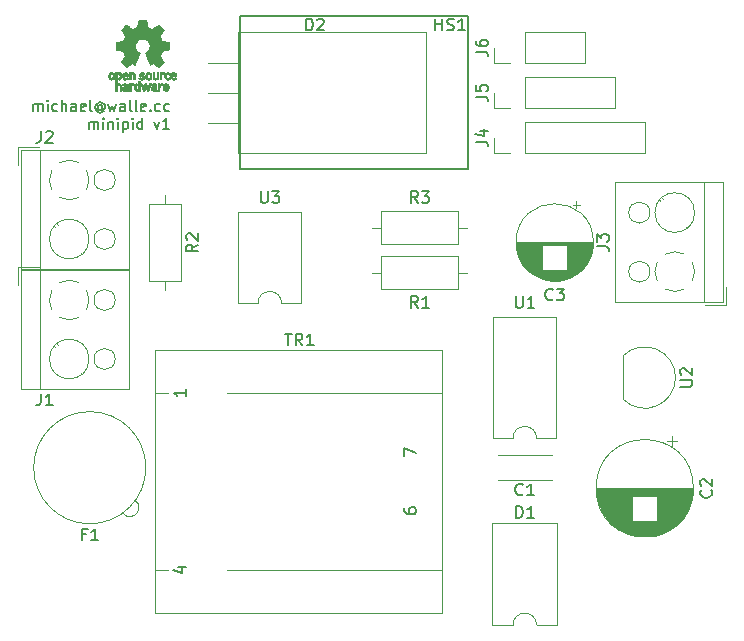
<source format=gto>
G04 #@! TF.GenerationSoftware,KiCad,Pcbnew,5.0.0+dfsg1-2~bpo9+1*
G04 #@! TF.CreationDate,2018-10-31T22:12:09+01:00*
G04 #@! TF.ProjectId,minipid,6D696E697069642E6B696361645F7063,rev?*
G04 #@! TF.SameCoordinates,Original*
G04 #@! TF.FileFunction,Legend,Top*
G04 #@! TF.FilePolarity,Positive*
%FSLAX46Y46*%
G04 Gerber Fmt 4.6, Leading zero omitted, Abs format (unit mm)*
G04 Created by KiCad (PCBNEW 5.0.0+dfsg1-2~bpo9+1) date Wed Oct 31 22:12:09 2018*
%MOMM*%
%LPD*%
G01*
G04 APERTURE LIST*
%ADD10C,0.150000*%
%ADD11C,0.120000*%
%ADD12C,0.010000*%
G04 APERTURE END LIST*
D10*
X51580357Y-99572142D02*
X51580357Y-98972142D01*
X51580357Y-99057857D02*
X51623214Y-99015000D01*
X51708928Y-98972142D01*
X51837500Y-98972142D01*
X51923214Y-99015000D01*
X51966071Y-99100714D01*
X51966071Y-99572142D01*
X51966071Y-99100714D02*
X52008928Y-99015000D01*
X52094642Y-98972142D01*
X52223214Y-98972142D01*
X52308928Y-99015000D01*
X52351785Y-99100714D01*
X52351785Y-99572142D01*
X52780357Y-99572142D02*
X52780357Y-98972142D01*
X52780357Y-98672142D02*
X52737500Y-98715000D01*
X52780357Y-98757857D01*
X52823214Y-98715000D01*
X52780357Y-98672142D01*
X52780357Y-98757857D01*
X53594642Y-99529285D02*
X53508928Y-99572142D01*
X53337500Y-99572142D01*
X53251785Y-99529285D01*
X53208928Y-99486428D01*
X53166071Y-99400714D01*
X53166071Y-99143571D01*
X53208928Y-99057857D01*
X53251785Y-99015000D01*
X53337500Y-98972142D01*
X53508928Y-98972142D01*
X53594642Y-99015000D01*
X53980357Y-99572142D02*
X53980357Y-98672142D01*
X54366071Y-99572142D02*
X54366071Y-99100714D01*
X54323214Y-99015000D01*
X54237500Y-98972142D01*
X54108928Y-98972142D01*
X54023214Y-99015000D01*
X53980357Y-99057857D01*
X55180357Y-99572142D02*
X55180357Y-99100714D01*
X55137500Y-99015000D01*
X55051785Y-98972142D01*
X54880357Y-98972142D01*
X54794642Y-99015000D01*
X55180357Y-99529285D02*
X55094642Y-99572142D01*
X54880357Y-99572142D01*
X54794642Y-99529285D01*
X54751785Y-99443571D01*
X54751785Y-99357857D01*
X54794642Y-99272142D01*
X54880357Y-99229285D01*
X55094642Y-99229285D01*
X55180357Y-99186428D01*
X55951785Y-99529285D02*
X55866071Y-99572142D01*
X55694642Y-99572142D01*
X55608928Y-99529285D01*
X55566071Y-99443571D01*
X55566071Y-99100714D01*
X55608928Y-99015000D01*
X55694642Y-98972142D01*
X55866071Y-98972142D01*
X55951785Y-99015000D01*
X55994642Y-99100714D01*
X55994642Y-99186428D01*
X55566071Y-99272142D01*
X56508928Y-99572142D02*
X56423214Y-99529285D01*
X56380357Y-99443571D01*
X56380357Y-98672142D01*
X57408928Y-99143571D02*
X57366071Y-99100714D01*
X57280357Y-99057857D01*
X57194642Y-99057857D01*
X57108928Y-99100714D01*
X57066071Y-99143571D01*
X57023214Y-99229285D01*
X57023214Y-99315000D01*
X57066071Y-99400714D01*
X57108928Y-99443571D01*
X57194642Y-99486428D01*
X57280357Y-99486428D01*
X57366071Y-99443571D01*
X57408928Y-99400714D01*
X57408928Y-99057857D02*
X57408928Y-99400714D01*
X57451785Y-99443571D01*
X57494642Y-99443571D01*
X57580357Y-99400714D01*
X57623214Y-99315000D01*
X57623214Y-99100714D01*
X57537500Y-98972142D01*
X57408928Y-98886428D01*
X57237500Y-98843571D01*
X57066071Y-98886428D01*
X56937500Y-98972142D01*
X56851785Y-99100714D01*
X56808928Y-99272142D01*
X56851785Y-99443571D01*
X56937500Y-99572142D01*
X57066071Y-99657857D01*
X57237500Y-99700714D01*
X57408928Y-99657857D01*
X57537500Y-99572142D01*
X57923214Y-98972142D02*
X58094642Y-99572142D01*
X58266071Y-99143571D01*
X58437500Y-99572142D01*
X58608928Y-98972142D01*
X59337500Y-99572142D02*
X59337500Y-99100714D01*
X59294642Y-99015000D01*
X59208928Y-98972142D01*
X59037500Y-98972142D01*
X58951785Y-99015000D01*
X59337500Y-99529285D02*
X59251785Y-99572142D01*
X59037500Y-99572142D01*
X58951785Y-99529285D01*
X58908928Y-99443571D01*
X58908928Y-99357857D01*
X58951785Y-99272142D01*
X59037500Y-99229285D01*
X59251785Y-99229285D01*
X59337500Y-99186428D01*
X59894642Y-99572142D02*
X59808928Y-99529285D01*
X59766071Y-99443571D01*
X59766071Y-98672142D01*
X60366071Y-99572142D02*
X60280357Y-99529285D01*
X60237500Y-99443571D01*
X60237500Y-98672142D01*
X61051785Y-99529285D02*
X60966071Y-99572142D01*
X60794642Y-99572142D01*
X60708928Y-99529285D01*
X60666071Y-99443571D01*
X60666071Y-99100714D01*
X60708928Y-99015000D01*
X60794642Y-98972142D01*
X60966071Y-98972142D01*
X61051785Y-99015000D01*
X61094642Y-99100714D01*
X61094642Y-99186428D01*
X60666071Y-99272142D01*
X61480357Y-99486428D02*
X61523214Y-99529285D01*
X61480357Y-99572142D01*
X61437499Y-99529285D01*
X61480357Y-99486428D01*
X61480357Y-99572142D01*
X62294642Y-99529285D02*
X62208928Y-99572142D01*
X62037500Y-99572142D01*
X61951785Y-99529285D01*
X61908928Y-99486428D01*
X61866071Y-99400714D01*
X61866071Y-99143571D01*
X61908928Y-99057857D01*
X61951785Y-99015000D01*
X62037500Y-98972142D01*
X62208928Y-98972142D01*
X62294642Y-99015000D01*
X63066071Y-99529285D02*
X62980357Y-99572142D01*
X62808928Y-99572142D01*
X62723214Y-99529285D01*
X62680357Y-99486428D01*
X62637499Y-99400714D01*
X62637499Y-99143571D01*
X62680357Y-99057857D01*
X62723214Y-99015000D01*
X62808928Y-98972142D01*
X62980357Y-98972142D01*
X63066071Y-99015000D01*
X56294642Y-101072142D02*
X56294642Y-100472142D01*
X56294642Y-100557857D02*
X56337500Y-100515000D01*
X56423214Y-100472142D01*
X56551785Y-100472142D01*
X56637500Y-100515000D01*
X56680357Y-100600714D01*
X56680357Y-101072142D01*
X56680357Y-100600714D02*
X56723214Y-100515000D01*
X56808928Y-100472142D01*
X56937500Y-100472142D01*
X57023214Y-100515000D01*
X57066071Y-100600714D01*
X57066071Y-101072142D01*
X57494642Y-101072142D02*
X57494642Y-100472142D01*
X57494642Y-100172142D02*
X57451785Y-100215000D01*
X57494642Y-100257857D01*
X57537500Y-100215000D01*
X57494642Y-100172142D01*
X57494642Y-100257857D01*
X57923214Y-100472142D02*
X57923214Y-101072142D01*
X57923214Y-100557857D02*
X57966071Y-100515000D01*
X58051785Y-100472142D01*
X58180357Y-100472142D01*
X58266071Y-100515000D01*
X58308928Y-100600714D01*
X58308928Y-101072142D01*
X58737500Y-101072142D02*
X58737500Y-100472142D01*
X58737500Y-100172142D02*
X58694642Y-100215000D01*
X58737500Y-100257857D01*
X58780357Y-100215000D01*
X58737500Y-100172142D01*
X58737500Y-100257857D01*
X59166071Y-100472142D02*
X59166071Y-101372142D01*
X59166071Y-100515000D02*
X59251785Y-100472142D01*
X59423214Y-100472142D01*
X59508928Y-100515000D01*
X59551785Y-100557857D01*
X59594642Y-100643571D01*
X59594642Y-100900714D01*
X59551785Y-100986428D01*
X59508928Y-101029285D01*
X59423214Y-101072142D01*
X59251785Y-101072142D01*
X59166071Y-101029285D01*
X59980357Y-101072142D02*
X59980357Y-100472142D01*
X59980357Y-100172142D02*
X59937500Y-100215000D01*
X59980357Y-100257857D01*
X60023214Y-100215000D01*
X59980357Y-100172142D01*
X59980357Y-100257857D01*
X60794642Y-101072142D02*
X60794642Y-100172142D01*
X60794642Y-101029285D02*
X60708928Y-101072142D01*
X60537500Y-101072142D01*
X60451785Y-101029285D01*
X60408928Y-100986428D01*
X60366071Y-100900714D01*
X60366071Y-100643571D01*
X60408928Y-100557857D01*
X60451785Y-100515000D01*
X60537500Y-100472142D01*
X60708928Y-100472142D01*
X60794642Y-100515000D01*
X61823214Y-100472142D02*
X62037500Y-101072142D01*
X62251785Y-100472142D01*
X63066071Y-101072142D02*
X62551785Y-101072142D01*
X62808928Y-101072142D02*
X62808928Y-100172142D01*
X62723214Y-100300714D01*
X62637500Y-100386428D01*
X62551785Y-100429285D01*
D11*
G04 #@! TO.C,TR1*
X61890000Y-142030000D02*
X61890000Y-119790000D01*
X61890000Y-142030000D02*
X86130000Y-142030000D01*
X86130000Y-119790000D02*
X61890000Y-119790000D01*
X86130000Y-119790000D02*
X86130000Y-142030000D01*
X68010000Y-138410000D02*
X86130000Y-138410000D01*
X68010000Y-123410000D02*
X86130000Y-123410000D01*
X61890000Y-138410000D02*
X63010000Y-138410000D01*
X61890000Y-123410000D02*
X63010000Y-123410000D01*
D10*
G04 #@! TO.C,HS1*
X69051000Y-104485000D02*
X88351000Y-104485000D01*
X69051000Y-91535000D02*
X69051000Y-104485000D01*
X88351000Y-104485000D02*
X88351000Y-91535000D01*
X88351000Y-91535000D02*
X69051000Y-91535000D01*
D11*
G04 #@! TO.C,D1*
X90410000Y-143090000D02*
X92180000Y-143090000D01*
X90410000Y-134490000D02*
X90410000Y-143090000D01*
X95950000Y-134490000D02*
X90410000Y-134490000D01*
X95950000Y-143090000D02*
X95950000Y-134490000D01*
X94180000Y-143090000D02*
X95950000Y-143090000D01*
X92180000Y-143090000D02*
G75*
G02X94180000Y-143090000I1000000J0D01*
G01*
G04 #@! TO.C,D2*
X68930000Y-92890000D02*
X68930000Y-103130000D01*
X84820000Y-92890000D02*
X84820000Y-103130000D01*
X84820000Y-92890000D02*
X68930000Y-92890000D01*
X84820000Y-103130000D02*
X68930000Y-103130000D01*
X68930000Y-95470000D02*
X66390000Y-95470000D01*
X68930000Y-98010000D02*
X66390000Y-98010000D01*
X68930000Y-100550000D02*
X66390000Y-100550000D01*
G04 #@! TO.C,U2*
X101490000Y-120340000D02*
X101490000Y-123940000D01*
X101501522Y-120301522D02*
G75*
G02X105940000Y-122140000I1838478J-1838478D01*
G01*
X101501522Y-123978478D02*
G75*
G03X105940000Y-122140000I1838478J1838478D01*
G01*
G04 #@! TO.C,U3*
X70590000Y-115850000D02*
G75*
G02X72590000Y-115850000I1000000J0D01*
G01*
X72590000Y-115850000D02*
X74240000Y-115850000D01*
X74240000Y-115850000D02*
X74240000Y-108110000D01*
X74240000Y-108110000D02*
X68940000Y-108110000D01*
X68940000Y-108110000D02*
X68940000Y-115850000D01*
X68940000Y-115850000D02*
X70590000Y-115850000D01*
G04 #@! TO.C,U1*
X92180000Y-127280000D02*
G75*
G02X94180000Y-127280000I1000000J0D01*
G01*
X94180000Y-127280000D02*
X95830000Y-127280000D01*
X95830000Y-127280000D02*
X95830000Y-117000000D01*
X95830000Y-117000000D02*
X90530000Y-117000000D01*
X90530000Y-117000000D02*
X90530000Y-127280000D01*
X90530000Y-127280000D02*
X92180000Y-127280000D01*
G04 #@! TO.C,C3*
X98990000Y-110690000D02*
G75*
G03X98990000Y-110690000I-3270000J0D01*
G01*
X98950000Y-110690000D02*
X92490000Y-110690000D01*
X98950000Y-110730000D02*
X92490000Y-110730000D01*
X98950000Y-110770000D02*
X92490000Y-110770000D01*
X98948000Y-110810000D02*
X92492000Y-110810000D01*
X98947000Y-110850000D02*
X92493000Y-110850000D01*
X98944000Y-110890000D02*
X92496000Y-110890000D01*
X98942000Y-110930000D02*
X96760000Y-110930000D01*
X94680000Y-110930000D02*
X92498000Y-110930000D01*
X98938000Y-110970000D02*
X96760000Y-110970000D01*
X94680000Y-110970000D02*
X92502000Y-110970000D01*
X98935000Y-111010000D02*
X96760000Y-111010000D01*
X94680000Y-111010000D02*
X92505000Y-111010000D01*
X98931000Y-111050000D02*
X96760000Y-111050000D01*
X94680000Y-111050000D02*
X92509000Y-111050000D01*
X98926000Y-111090000D02*
X96760000Y-111090000D01*
X94680000Y-111090000D02*
X92514000Y-111090000D01*
X98921000Y-111130000D02*
X96760000Y-111130000D01*
X94680000Y-111130000D02*
X92519000Y-111130000D01*
X98915000Y-111170000D02*
X96760000Y-111170000D01*
X94680000Y-111170000D02*
X92525000Y-111170000D01*
X98909000Y-111210000D02*
X96760000Y-111210000D01*
X94680000Y-111210000D02*
X92531000Y-111210000D01*
X98902000Y-111250000D02*
X96760000Y-111250000D01*
X94680000Y-111250000D02*
X92538000Y-111250000D01*
X98895000Y-111290000D02*
X96760000Y-111290000D01*
X94680000Y-111290000D02*
X92545000Y-111290000D01*
X98887000Y-111330000D02*
X96760000Y-111330000D01*
X94680000Y-111330000D02*
X92553000Y-111330000D01*
X98879000Y-111370000D02*
X96760000Y-111370000D01*
X94680000Y-111370000D02*
X92561000Y-111370000D01*
X98870000Y-111411000D02*
X96760000Y-111411000D01*
X94680000Y-111411000D02*
X92570000Y-111411000D01*
X98861000Y-111451000D02*
X96760000Y-111451000D01*
X94680000Y-111451000D02*
X92579000Y-111451000D01*
X98851000Y-111491000D02*
X96760000Y-111491000D01*
X94680000Y-111491000D02*
X92589000Y-111491000D01*
X98841000Y-111531000D02*
X96760000Y-111531000D01*
X94680000Y-111531000D02*
X92599000Y-111531000D01*
X98830000Y-111571000D02*
X96760000Y-111571000D01*
X94680000Y-111571000D02*
X92610000Y-111571000D01*
X98818000Y-111611000D02*
X96760000Y-111611000D01*
X94680000Y-111611000D02*
X92622000Y-111611000D01*
X98806000Y-111651000D02*
X96760000Y-111651000D01*
X94680000Y-111651000D02*
X92634000Y-111651000D01*
X98794000Y-111691000D02*
X96760000Y-111691000D01*
X94680000Y-111691000D02*
X92646000Y-111691000D01*
X98781000Y-111731000D02*
X96760000Y-111731000D01*
X94680000Y-111731000D02*
X92659000Y-111731000D01*
X98767000Y-111771000D02*
X96760000Y-111771000D01*
X94680000Y-111771000D02*
X92673000Y-111771000D01*
X98753000Y-111811000D02*
X96760000Y-111811000D01*
X94680000Y-111811000D02*
X92687000Y-111811000D01*
X98738000Y-111851000D02*
X96760000Y-111851000D01*
X94680000Y-111851000D02*
X92702000Y-111851000D01*
X98722000Y-111891000D02*
X96760000Y-111891000D01*
X94680000Y-111891000D02*
X92718000Y-111891000D01*
X98706000Y-111931000D02*
X96760000Y-111931000D01*
X94680000Y-111931000D02*
X92734000Y-111931000D01*
X98690000Y-111971000D02*
X96760000Y-111971000D01*
X94680000Y-111971000D02*
X92750000Y-111971000D01*
X98672000Y-112011000D02*
X96760000Y-112011000D01*
X94680000Y-112011000D02*
X92768000Y-112011000D01*
X98654000Y-112051000D02*
X96760000Y-112051000D01*
X94680000Y-112051000D02*
X92786000Y-112051000D01*
X98636000Y-112091000D02*
X96760000Y-112091000D01*
X94680000Y-112091000D02*
X92804000Y-112091000D01*
X98616000Y-112131000D02*
X96760000Y-112131000D01*
X94680000Y-112131000D02*
X92824000Y-112131000D01*
X98596000Y-112171000D02*
X96760000Y-112171000D01*
X94680000Y-112171000D02*
X92844000Y-112171000D01*
X98576000Y-112211000D02*
X96760000Y-112211000D01*
X94680000Y-112211000D02*
X92864000Y-112211000D01*
X98554000Y-112251000D02*
X96760000Y-112251000D01*
X94680000Y-112251000D02*
X92886000Y-112251000D01*
X98532000Y-112291000D02*
X96760000Y-112291000D01*
X94680000Y-112291000D02*
X92908000Y-112291000D01*
X98510000Y-112331000D02*
X96760000Y-112331000D01*
X94680000Y-112331000D02*
X92930000Y-112331000D01*
X98486000Y-112371000D02*
X96760000Y-112371000D01*
X94680000Y-112371000D02*
X92954000Y-112371000D01*
X98462000Y-112411000D02*
X96760000Y-112411000D01*
X94680000Y-112411000D02*
X92978000Y-112411000D01*
X98436000Y-112451000D02*
X96760000Y-112451000D01*
X94680000Y-112451000D02*
X93004000Y-112451000D01*
X98410000Y-112491000D02*
X96760000Y-112491000D01*
X94680000Y-112491000D02*
X93030000Y-112491000D01*
X98384000Y-112531000D02*
X96760000Y-112531000D01*
X94680000Y-112531000D02*
X93056000Y-112531000D01*
X98356000Y-112571000D02*
X96760000Y-112571000D01*
X94680000Y-112571000D02*
X93084000Y-112571000D01*
X98327000Y-112611000D02*
X96760000Y-112611000D01*
X94680000Y-112611000D02*
X93113000Y-112611000D01*
X98298000Y-112651000D02*
X96760000Y-112651000D01*
X94680000Y-112651000D02*
X93142000Y-112651000D01*
X98268000Y-112691000D02*
X96760000Y-112691000D01*
X94680000Y-112691000D02*
X93172000Y-112691000D01*
X98236000Y-112731000D02*
X96760000Y-112731000D01*
X94680000Y-112731000D02*
X93204000Y-112731000D01*
X98204000Y-112771000D02*
X96760000Y-112771000D01*
X94680000Y-112771000D02*
X93236000Y-112771000D01*
X98170000Y-112811000D02*
X96760000Y-112811000D01*
X94680000Y-112811000D02*
X93270000Y-112811000D01*
X98136000Y-112851000D02*
X96760000Y-112851000D01*
X94680000Y-112851000D02*
X93304000Y-112851000D01*
X98100000Y-112891000D02*
X96760000Y-112891000D01*
X94680000Y-112891000D02*
X93340000Y-112891000D01*
X98063000Y-112931000D02*
X96760000Y-112931000D01*
X94680000Y-112931000D02*
X93377000Y-112931000D01*
X98025000Y-112971000D02*
X96760000Y-112971000D01*
X94680000Y-112971000D02*
X93415000Y-112971000D01*
X97985000Y-113011000D02*
X93455000Y-113011000D01*
X97944000Y-113051000D02*
X93496000Y-113051000D01*
X97902000Y-113091000D02*
X93538000Y-113091000D01*
X97857000Y-113131000D02*
X93583000Y-113131000D01*
X97812000Y-113171000D02*
X93628000Y-113171000D01*
X97764000Y-113211000D02*
X93676000Y-113211000D01*
X97715000Y-113251000D02*
X93725000Y-113251000D01*
X97664000Y-113291000D02*
X93776000Y-113291000D01*
X97610000Y-113331000D02*
X93830000Y-113331000D01*
X97554000Y-113371000D02*
X93886000Y-113371000D01*
X97496000Y-113411000D02*
X93944000Y-113411000D01*
X97434000Y-113451000D02*
X94006000Y-113451000D01*
X97370000Y-113491000D02*
X94070000Y-113491000D01*
X97301000Y-113531000D02*
X94139000Y-113531000D01*
X97229000Y-113571000D02*
X94211000Y-113571000D01*
X97152000Y-113611000D02*
X94288000Y-113611000D01*
X97070000Y-113651000D02*
X94370000Y-113651000D01*
X96982000Y-113691000D02*
X94458000Y-113691000D01*
X96885000Y-113731000D02*
X94555000Y-113731000D01*
X96779000Y-113771000D02*
X94661000Y-113771000D01*
X96660000Y-113811000D02*
X94780000Y-113811000D01*
X96522000Y-113851000D02*
X94918000Y-113851000D01*
X96353000Y-113891000D02*
X95087000Y-113891000D01*
X96122000Y-113931000D02*
X95318000Y-113931000D01*
X97559000Y-107189759D02*
X97559000Y-107819759D01*
X97874000Y-107504759D02*
X97244000Y-107504759D01*
G04 #@! TO.C,C2*
X107460000Y-131510000D02*
G75*
G03X107460000Y-131510000I-4120000J0D01*
G01*
X107420000Y-131510000D02*
X99260000Y-131510000D01*
X107420000Y-131550000D02*
X99260000Y-131550000D01*
X107420000Y-131590000D02*
X99260000Y-131590000D01*
X107419000Y-131630000D02*
X99261000Y-131630000D01*
X107417000Y-131670000D02*
X99263000Y-131670000D01*
X107416000Y-131710000D02*
X99264000Y-131710000D01*
X107414000Y-131750000D02*
X99266000Y-131750000D01*
X107411000Y-131790000D02*
X99269000Y-131790000D01*
X107408000Y-131830000D02*
X99272000Y-131830000D01*
X107405000Y-131870000D02*
X99275000Y-131870000D01*
X107401000Y-131910000D02*
X99279000Y-131910000D01*
X107397000Y-131950000D02*
X99283000Y-131950000D01*
X107392000Y-131990000D02*
X99288000Y-131990000D01*
X107388000Y-132030000D02*
X99292000Y-132030000D01*
X107382000Y-132070000D02*
X99298000Y-132070000D01*
X107377000Y-132110000D02*
X99303000Y-132110000D01*
X107370000Y-132150000D02*
X99310000Y-132150000D01*
X107364000Y-132190000D02*
X99316000Y-132190000D01*
X107357000Y-132231000D02*
X104380000Y-132231000D01*
X102300000Y-132231000D02*
X99323000Y-132231000D01*
X107350000Y-132271000D02*
X104380000Y-132271000D01*
X102300000Y-132271000D02*
X99330000Y-132271000D01*
X107342000Y-132311000D02*
X104380000Y-132311000D01*
X102300000Y-132311000D02*
X99338000Y-132311000D01*
X107334000Y-132351000D02*
X104380000Y-132351000D01*
X102300000Y-132351000D02*
X99346000Y-132351000D01*
X107325000Y-132391000D02*
X104380000Y-132391000D01*
X102300000Y-132391000D02*
X99355000Y-132391000D01*
X107316000Y-132431000D02*
X104380000Y-132431000D01*
X102300000Y-132431000D02*
X99364000Y-132431000D01*
X107307000Y-132471000D02*
X104380000Y-132471000D01*
X102300000Y-132471000D02*
X99373000Y-132471000D01*
X107297000Y-132511000D02*
X104380000Y-132511000D01*
X102300000Y-132511000D02*
X99383000Y-132511000D01*
X107287000Y-132551000D02*
X104380000Y-132551000D01*
X102300000Y-132551000D02*
X99393000Y-132551000D01*
X107276000Y-132591000D02*
X104380000Y-132591000D01*
X102300000Y-132591000D02*
X99404000Y-132591000D01*
X107265000Y-132631000D02*
X104380000Y-132631000D01*
X102300000Y-132631000D02*
X99415000Y-132631000D01*
X107254000Y-132671000D02*
X104380000Y-132671000D01*
X102300000Y-132671000D02*
X99426000Y-132671000D01*
X107242000Y-132711000D02*
X104380000Y-132711000D01*
X102300000Y-132711000D02*
X99438000Y-132711000D01*
X107229000Y-132751000D02*
X104380000Y-132751000D01*
X102300000Y-132751000D02*
X99451000Y-132751000D01*
X107217000Y-132791000D02*
X104380000Y-132791000D01*
X102300000Y-132791000D02*
X99463000Y-132791000D01*
X107203000Y-132831000D02*
X104380000Y-132831000D01*
X102300000Y-132831000D02*
X99477000Y-132831000D01*
X107190000Y-132871000D02*
X104380000Y-132871000D01*
X102300000Y-132871000D02*
X99490000Y-132871000D01*
X107175000Y-132911000D02*
X104380000Y-132911000D01*
X102300000Y-132911000D02*
X99505000Y-132911000D01*
X107161000Y-132951000D02*
X104380000Y-132951000D01*
X102300000Y-132951000D02*
X99519000Y-132951000D01*
X107145000Y-132991000D02*
X104380000Y-132991000D01*
X102300000Y-132991000D02*
X99535000Y-132991000D01*
X107130000Y-133031000D02*
X104380000Y-133031000D01*
X102300000Y-133031000D02*
X99550000Y-133031000D01*
X107114000Y-133071000D02*
X104380000Y-133071000D01*
X102300000Y-133071000D02*
X99566000Y-133071000D01*
X107097000Y-133111000D02*
X104380000Y-133111000D01*
X102300000Y-133111000D02*
X99583000Y-133111000D01*
X107080000Y-133151000D02*
X104380000Y-133151000D01*
X102300000Y-133151000D02*
X99600000Y-133151000D01*
X107062000Y-133191000D02*
X104380000Y-133191000D01*
X102300000Y-133191000D02*
X99618000Y-133191000D01*
X107044000Y-133231000D02*
X104380000Y-133231000D01*
X102300000Y-133231000D02*
X99636000Y-133231000D01*
X107026000Y-133271000D02*
X104380000Y-133271000D01*
X102300000Y-133271000D02*
X99654000Y-133271000D01*
X107006000Y-133311000D02*
X104380000Y-133311000D01*
X102300000Y-133311000D02*
X99674000Y-133311000D01*
X106987000Y-133351000D02*
X104380000Y-133351000D01*
X102300000Y-133351000D02*
X99693000Y-133351000D01*
X106967000Y-133391000D02*
X104380000Y-133391000D01*
X102300000Y-133391000D02*
X99713000Y-133391000D01*
X106946000Y-133431000D02*
X104380000Y-133431000D01*
X102300000Y-133431000D02*
X99734000Y-133431000D01*
X106924000Y-133471000D02*
X104380000Y-133471000D01*
X102300000Y-133471000D02*
X99756000Y-133471000D01*
X106902000Y-133511000D02*
X104380000Y-133511000D01*
X102300000Y-133511000D02*
X99778000Y-133511000D01*
X106880000Y-133551000D02*
X104380000Y-133551000D01*
X102300000Y-133551000D02*
X99800000Y-133551000D01*
X106857000Y-133591000D02*
X104380000Y-133591000D01*
X102300000Y-133591000D02*
X99823000Y-133591000D01*
X106833000Y-133631000D02*
X104380000Y-133631000D01*
X102300000Y-133631000D02*
X99847000Y-133631000D01*
X106809000Y-133671000D02*
X104380000Y-133671000D01*
X102300000Y-133671000D02*
X99871000Y-133671000D01*
X106784000Y-133711000D02*
X104380000Y-133711000D01*
X102300000Y-133711000D02*
X99896000Y-133711000D01*
X106758000Y-133751000D02*
X104380000Y-133751000D01*
X102300000Y-133751000D02*
X99922000Y-133751000D01*
X106732000Y-133791000D02*
X104380000Y-133791000D01*
X102300000Y-133791000D02*
X99948000Y-133791000D01*
X106705000Y-133831000D02*
X104380000Y-133831000D01*
X102300000Y-133831000D02*
X99975000Y-133831000D01*
X106678000Y-133871000D02*
X104380000Y-133871000D01*
X102300000Y-133871000D02*
X100002000Y-133871000D01*
X106649000Y-133911000D02*
X104380000Y-133911000D01*
X102300000Y-133911000D02*
X100031000Y-133911000D01*
X106620000Y-133951000D02*
X104380000Y-133951000D01*
X102300000Y-133951000D02*
X100060000Y-133951000D01*
X106590000Y-133991000D02*
X104380000Y-133991000D01*
X102300000Y-133991000D02*
X100090000Y-133991000D01*
X106560000Y-134031000D02*
X104380000Y-134031000D01*
X102300000Y-134031000D02*
X100120000Y-134031000D01*
X106529000Y-134071000D02*
X104380000Y-134071000D01*
X102300000Y-134071000D02*
X100151000Y-134071000D01*
X106496000Y-134111000D02*
X104380000Y-134111000D01*
X102300000Y-134111000D02*
X100184000Y-134111000D01*
X106464000Y-134151000D02*
X104380000Y-134151000D01*
X102300000Y-134151000D02*
X100216000Y-134151000D01*
X106430000Y-134191000D02*
X104380000Y-134191000D01*
X102300000Y-134191000D02*
X100250000Y-134191000D01*
X106395000Y-134231000D02*
X104380000Y-134231000D01*
X102300000Y-134231000D02*
X100285000Y-134231000D01*
X106359000Y-134271000D02*
X104380000Y-134271000D01*
X102300000Y-134271000D02*
X100321000Y-134271000D01*
X106323000Y-134311000D02*
X100357000Y-134311000D01*
X106285000Y-134351000D02*
X100395000Y-134351000D01*
X106247000Y-134391000D02*
X100433000Y-134391000D01*
X106207000Y-134431000D02*
X100473000Y-134431000D01*
X106166000Y-134471000D02*
X100514000Y-134471000D01*
X106124000Y-134511000D02*
X100556000Y-134511000D01*
X106081000Y-134551000D02*
X100599000Y-134551000D01*
X106037000Y-134591000D02*
X100643000Y-134591000D01*
X105991000Y-134631000D02*
X100689000Y-134631000D01*
X105944000Y-134671000D02*
X100736000Y-134671000D01*
X105896000Y-134711000D02*
X100784000Y-134711000D01*
X105845000Y-134751000D02*
X100835000Y-134751000D01*
X105794000Y-134791000D02*
X100886000Y-134791000D01*
X105740000Y-134831000D02*
X100940000Y-134831000D01*
X105685000Y-134871000D02*
X100995000Y-134871000D01*
X105627000Y-134911000D02*
X101053000Y-134911000D01*
X105568000Y-134951000D02*
X101112000Y-134951000D01*
X105506000Y-134991000D02*
X101174000Y-134991000D01*
X105442000Y-135031000D02*
X101238000Y-135031000D01*
X105374000Y-135071000D02*
X101306000Y-135071000D01*
X105304000Y-135111000D02*
X101376000Y-135111000D01*
X105230000Y-135151000D02*
X101450000Y-135151000D01*
X105153000Y-135191000D02*
X101527000Y-135191000D01*
X105071000Y-135231000D02*
X101609000Y-135231000D01*
X104985000Y-135271000D02*
X101695000Y-135271000D01*
X104892000Y-135311000D02*
X101788000Y-135311000D01*
X104793000Y-135351000D02*
X101887000Y-135351000D01*
X104686000Y-135391000D02*
X101994000Y-135391000D01*
X104569000Y-135431000D02*
X102111000Y-135431000D01*
X104438000Y-135471000D02*
X102242000Y-135471000D01*
X104288000Y-135511000D02*
X102392000Y-135511000D01*
X104108000Y-135551000D02*
X102572000Y-135551000D01*
X103873000Y-135591000D02*
X102807000Y-135591000D01*
X105655000Y-127100302D02*
X105655000Y-127900302D01*
X106055000Y-127500302D02*
X105255000Y-127500302D01*
G04 #@! TO.C,C1*
X90950000Y-128690000D02*
X95490000Y-128690000D01*
X90950000Y-130830000D02*
X95490000Y-130830000D01*
X90950000Y-128690000D02*
X90950000Y-128705000D01*
X90950000Y-130815000D02*
X90950000Y-130830000D01*
X95490000Y-128690000D02*
X95490000Y-128705000D01*
X95490000Y-130815000D02*
X95490000Y-130830000D01*
G04 #@! TO.C,R1*
X88330000Y-113250000D02*
X87560000Y-113250000D01*
X80250000Y-113250000D02*
X81020000Y-113250000D01*
X87560000Y-111880000D02*
X81020000Y-111880000D01*
X87560000Y-114620000D02*
X87560000Y-111880000D01*
X81020000Y-114620000D02*
X87560000Y-114620000D01*
X81020000Y-111880000D02*
X81020000Y-114620000D01*
G04 #@! TO.C,R3*
X87560000Y-110810000D02*
X87560000Y-108070000D01*
X87560000Y-108070000D02*
X81020000Y-108070000D01*
X81020000Y-108070000D02*
X81020000Y-110810000D01*
X81020000Y-110810000D02*
X87560000Y-110810000D01*
X88330000Y-109440000D02*
X87560000Y-109440000D01*
X80250000Y-109440000D02*
X81020000Y-109440000D01*
G04 #@! TO.C,J1*
X53126648Y-116358712D02*
G75*
G02X52930000Y-115570000I1483352J788712D01*
G01*
X55399088Y-117053953D02*
G75*
G02X53821000Y-117054000I-789088J1483953D01*
G01*
X56093953Y-114780912D02*
G75*
G02X56094000Y-116359000I-1483953J-789088D01*
G01*
X53820912Y-114086047D02*
G75*
G02X55399000Y-114086000I789088J-1483953D01*
G01*
X52929550Y-115599383D02*
G75*
G02X53126000Y-114781000I1680450J29383D01*
G01*
X58510000Y-115570000D02*
G75*
G03X58510000Y-115570000I-900000J0D01*
G01*
X56290000Y-120570000D02*
G75*
G03X56290000Y-120570000I-1680000J0D01*
G01*
X58510000Y-120570000D02*
G75*
G03X58510000Y-120570000I-900000J0D01*
G01*
X52110000Y-113010000D02*
X52110000Y-123130000D01*
X59670000Y-113010000D02*
X59670000Y-123130000D01*
X50550000Y-113010000D02*
X50550000Y-123130000D01*
X59670000Y-113010000D02*
X50550000Y-113010000D01*
X59670000Y-123130000D02*
X50550000Y-123130000D01*
X55679000Y-121845000D02*
X55586000Y-121751000D01*
X53394000Y-119560000D02*
X53336000Y-119501000D01*
X55885000Y-121640000D02*
X55826000Y-121581000D01*
X53634000Y-119390000D02*
X53541000Y-119296000D01*
X52050000Y-112770000D02*
X50310000Y-112770000D01*
X50310000Y-112770000D02*
X50310000Y-114270000D01*
G04 #@! TO.C,J2*
X50310000Y-102610000D02*
X50310000Y-104110000D01*
X52050000Y-102610000D02*
X50310000Y-102610000D01*
X53634000Y-109230000D02*
X53541000Y-109136000D01*
X55885000Y-111480000D02*
X55826000Y-111421000D01*
X53394000Y-109400000D02*
X53336000Y-109341000D01*
X55679000Y-111685000D02*
X55586000Y-111591000D01*
X59670000Y-112970000D02*
X50550000Y-112970000D01*
X59670000Y-102850000D02*
X50550000Y-102850000D01*
X50550000Y-102850000D02*
X50550000Y-112970000D01*
X59670000Y-102850000D02*
X59670000Y-112970000D01*
X52110000Y-102850000D02*
X52110000Y-112970000D01*
X58510000Y-110410000D02*
G75*
G03X58510000Y-110410000I-900000J0D01*
G01*
X56290000Y-110410000D02*
G75*
G03X56290000Y-110410000I-1680000J0D01*
G01*
X58510000Y-105410000D02*
G75*
G03X58510000Y-105410000I-900000J0D01*
G01*
X52929550Y-105439383D02*
G75*
G02X53126000Y-104621000I1680450J29383D01*
G01*
X53820912Y-103926047D02*
G75*
G02X55399000Y-103926000I789088J-1483953D01*
G01*
X56093953Y-104620912D02*
G75*
G02X56094000Y-106199000I-1483953J-789088D01*
G01*
X55399088Y-106893953D02*
G75*
G02X53821000Y-106894000I-789088J1483953D01*
G01*
X53126648Y-106198712D02*
G75*
G02X52930000Y-105410000I1483352J788712D01*
G01*
G04 #@! TO.C,J3*
X107363352Y-112381288D02*
G75*
G02X107560000Y-113170000I-1483352J-788712D01*
G01*
X105090912Y-111686047D02*
G75*
G02X106669000Y-111686000I789088J-1483953D01*
G01*
X104396047Y-113959088D02*
G75*
G02X104396000Y-112381000I1483953J789088D01*
G01*
X106669088Y-114653953D02*
G75*
G02X105091000Y-114654000I-789088J1483953D01*
G01*
X107560450Y-113140617D02*
G75*
G02X107364000Y-113959000I-1680450J-29383D01*
G01*
X103780000Y-113170000D02*
G75*
G03X103780000Y-113170000I-900000J0D01*
G01*
X107560000Y-108170000D02*
G75*
G03X107560000Y-108170000I-1680000J0D01*
G01*
X103780000Y-108170000D02*
G75*
G03X103780000Y-108170000I-900000J0D01*
G01*
X108380000Y-115730000D02*
X108380000Y-105610000D01*
X100820000Y-115730000D02*
X100820000Y-105610000D01*
X109940000Y-115730000D02*
X109940000Y-105610000D01*
X100820000Y-115730000D02*
X109940000Y-115730000D01*
X100820000Y-105610000D02*
X109940000Y-105610000D01*
X104811000Y-106895000D02*
X104904000Y-106989000D01*
X107096000Y-109180000D02*
X107154000Y-109239000D01*
X104605000Y-107100000D02*
X104664000Y-107159000D01*
X106856000Y-109350000D02*
X106949000Y-109444000D01*
X108440000Y-115970000D02*
X110180000Y-115970000D01*
X110180000Y-115970000D02*
X110180000Y-114470000D01*
G04 #@! TO.C,J4*
X103400000Y-103150000D02*
X103400000Y-100490000D01*
X93180000Y-103150000D02*
X103400000Y-103150000D01*
X93180000Y-100490000D02*
X103400000Y-100490000D01*
X93180000Y-103150000D02*
X93180000Y-100490000D01*
X91910000Y-103150000D02*
X90580000Y-103150000D01*
X90580000Y-103150000D02*
X90580000Y-101820000D01*
G04 #@! TO.C,J5*
X100860000Y-99340000D02*
X100860000Y-96680000D01*
X93180000Y-99340000D02*
X100860000Y-99340000D01*
X93180000Y-96680000D02*
X100860000Y-96680000D01*
X93180000Y-99340000D02*
X93180000Y-96680000D01*
X91910000Y-99340000D02*
X90580000Y-99340000D01*
X90580000Y-99340000D02*
X90580000Y-98010000D01*
G04 #@! TO.C,J6*
X98320000Y-95530000D02*
X98320000Y-92870000D01*
X93180000Y-95530000D02*
X98320000Y-95530000D01*
X93180000Y-92870000D02*
X98320000Y-92870000D01*
X93180000Y-95530000D02*
X93180000Y-92870000D01*
X91910000Y-95530000D02*
X90580000Y-95530000D01*
X90580000Y-95530000D02*
X90580000Y-94200000D01*
G04 #@! TO.C,F1*
X60200000Y-132550000D02*
X60320000Y-132690000D01*
X60320000Y-132690000D02*
X60410000Y-132850000D01*
X60410000Y-132850000D02*
X60460000Y-133100000D01*
X60460000Y-133100000D02*
X60430000Y-133360000D01*
X60430000Y-133360000D02*
X60280000Y-133620000D01*
X60280000Y-133620000D02*
X60060000Y-133790000D01*
X60060000Y-133790000D02*
X59770000Y-133870000D01*
X59770000Y-133870000D02*
X59480000Y-133830000D01*
X59480000Y-133830000D02*
X59300000Y-133750000D01*
X59300000Y-133750000D02*
X59170000Y-133600000D01*
X61100000Y-129770000D02*
G75*
G03X61100000Y-129770000I-4750000J0D01*
G01*
G04 #@! TO.C,R2*
X64070000Y-107440000D02*
X61330000Y-107440000D01*
X61330000Y-107440000D02*
X61330000Y-113980000D01*
X61330000Y-113980000D02*
X64070000Y-113980000D01*
X64070000Y-113980000D02*
X64070000Y-107440000D01*
X62700000Y-106670000D02*
X62700000Y-107440000D01*
X62700000Y-114750000D02*
X62700000Y-113980000D01*
D12*
G04 #@! TO.C,REF\002A\002A*
G36*
X61171964Y-92125018D02*
X61228812Y-92426570D01*
X61648338Y-92599512D01*
X61899984Y-92428395D01*
X61970458Y-92380750D01*
X62034163Y-92338210D01*
X62088126Y-92302715D01*
X62129373Y-92276210D01*
X62154934Y-92260636D01*
X62161895Y-92257278D01*
X62174435Y-92265914D01*
X62201231Y-92289792D01*
X62239280Y-92325859D01*
X62285579Y-92371067D01*
X62337123Y-92422364D01*
X62390909Y-92476701D01*
X62443935Y-92531028D01*
X62493195Y-92582295D01*
X62535687Y-92627451D01*
X62568407Y-92663446D01*
X62588351Y-92687230D01*
X62593119Y-92695190D01*
X62586257Y-92709865D01*
X62567020Y-92742014D01*
X62537430Y-92788492D01*
X62499510Y-92846156D01*
X62455282Y-92911860D01*
X62429654Y-92949336D01*
X62382941Y-93017768D01*
X62341432Y-93079520D01*
X62307140Y-93131519D01*
X62282080Y-93170692D01*
X62268264Y-93193965D01*
X62266188Y-93198855D01*
X62270895Y-93212755D01*
X62283723Y-93245150D01*
X62302738Y-93291485D01*
X62326003Y-93347206D01*
X62351584Y-93407758D01*
X62377545Y-93468586D01*
X62401950Y-93525136D01*
X62422863Y-93572852D01*
X62438349Y-93607181D01*
X62446472Y-93623568D01*
X62446952Y-93624212D01*
X62459707Y-93627341D01*
X62493677Y-93634321D01*
X62545340Y-93644467D01*
X62611176Y-93657092D01*
X62687664Y-93671509D01*
X62732290Y-93679823D01*
X62814021Y-93695384D01*
X62887843Y-93710192D01*
X62950021Y-93723436D01*
X62996822Y-93734305D01*
X63024509Y-93741989D01*
X63030074Y-93744427D01*
X63035526Y-93760930D01*
X63039924Y-93798200D01*
X63043272Y-93851880D01*
X63045574Y-93917612D01*
X63046832Y-93991037D01*
X63047048Y-94067796D01*
X63046227Y-94143532D01*
X63044371Y-94213886D01*
X63041482Y-94274500D01*
X63037565Y-94321016D01*
X63032622Y-94349075D01*
X63029657Y-94354916D01*
X63011934Y-94361917D01*
X62974381Y-94371927D01*
X62921964Y-94383769D01*
X62859652Y-94396267D01*
X62837900Y-94400310D01*
X62733024Y-94419520D01*
X62650180Y-94434991D01*
X62586630Y-94447337D01*
X62539637Y-94457173D01*
X62506463Y-94465114D01*
X62484371Y-94471776D01*
X62470624Y-94477773D01*
X62462484Y-94483719D01*
X62461345Y-94484894D01*
X62449977Y-94503826D01*
X62432635Y-94540669D01*
X62411050Y-94590913D01*
X62386954Y-94650046D01*
X62362079Y-94713556D01*
X62338157Y-94776932D01*
X62316919Y-94835662D01*
X62300097Y-94885235D01*
X62289422Y-94921139D01*
X62286627Y-94938862D01*
X62286860Y-94939483D01*
X62296331Y-94953970D01*
X62317818Y-94985844D01*
X62349063Y-95031789D01*
X62387807Y-95088485D01*
X62431793Y-95152617D01*
X62444319Y-95170842D01*
X62488984Y-95236914D01*
X62528288Y-95297200D01*
X62560088Y-95348235D01*
X62582245Y-95386560D01*
X62592617Y-95408711D01*
X62593119Y-95411432D01*
X62584405Y-95425736D01*
X62560325Y-95454072D01*
X62523976Y-95493396D01*
X62478453Y-95540661D01*
X62426852Y-95592823D01*
X62372267Y-95646835D01*
X62317794Y-95699653D01*
X62266529Y-95748231D01*
X62221567Y-95789523D01*
X62186004Y-95820485D01*
X62162935Y-95838070D01*
X62156554Y-95840941D01*
X62141699Y-95834178D01*
X62111286Y-95815939D01*
X62070268Y-95789297D01*
X62038709Y-95767852D01*
X61981525Y-95728503D01*
X61913806Y-95682171D01*
X61845880Y-95635913D01*
X61809361Y-95611155D01*
X61685752Y-95527547D01*
X61581991Y-95583650D01*
X61534720Y-95608228D01*
X61494523Y-95627331D01*
X61467326Y-95638227D01*
X61460402Y-95639743D01*
X61452077Y-95628549D01*
X61435654Y-95596917D01*
X61412357Y-95547765D01*
X61383414Y-95484010D01*
X61350050Y-95408571D01*
X61313491Y-95324364D01*
X61274964Y-95234308D01*
X61235694Y-95141321D01*
X61196908Y-95048320D01*
X61159830Y-94958223D01*
X61125689Y-94873948D01*
X61095708Y-94798413D01*
X61071116Y-94734534D01*
X61053136Y-94685231D01*
X61042997Y-94653421D01*
X61041366Y-94642496D01*
X61054291Y-94628561D01*
X61082589Y-94605940D01*
X61120346Y-94579333D01*
X61123515Y-94577228D01*
X61221100Y-94499114D01*
X61299786Y-94407982D01*
X61358891Y-94306745D01*
X61397732Y-94198318D01*
X61415628Y-94085614D01*
X61411897Y-93971548D01*
X61385857Y-93859034D01*
X61336825Y-93750985D01*
X61322400Y-93727345D01*
X61247369Y-93631887D01*
X61158730Y-93555232D01*
X61059549Y-93497780D01*
X60952895Y-93459929D01*
X60841836Y-93442078D01*
X60729439Y-93444625D01*
X60618773Y-93467970D01*
X60512906Y-93512510D01*
X60414905Y-93578645D01*
X60384590Y-93605487D01*
X60307438Y-93689512D01*
X60251218Y-93777966D01*
X60212653Y-93877115D01*
X60191174Y-93975303D01*
X60185872Y-94085697D01*
X60203552Y-94196640D01*
X60242419Y-94304381D01*
X60300677Y-94405169D01*
X60376531Y-94495256D01*
X60468183Y-94570892D01*
X60480228Y-94578864D01*
X60518389Y-94604974D01*
X60547399Y-94627595D01*
X60561268Y-94642039D01*
X60561469Y-94642496D01*
X60558492Y-94658121D01*
X60546689Y-94693582D01*
X60527286Y-94745962D01*
X60501512Y-94812345D01*
X60470591Y-94889814D01*
X60435751Y-94975450D01*
X60398217Y-95066337D01*
X60359217Y-95159559D01*
X60319977Y-95252197D01*
X60281724Y-95341335D01*
X60245683Y-95424055D01*
X60213083Y-95497441D01*
X60185148Y-95558575D01*
X60163105Y-95604541D01*
X60148182Y-95632421D01*
X60142172Y-95639743D01*
X60123809Y-95634041D01*
X60089448Y-95618749D01*
X60045016Y-95596599D01*
X60020583Y-95583650D01*
X59916822Y-95527547D01*
X59793213Y-95611155D01*
X59730114Y-95653987D01*
X59661030Y-95701122D01*
X59596293Y-95745503D01*
X59563866Y-95767852D01*
X59518259Y-95798477D01*
X59479640Y-95822747D01*
X59453048Y-95837587D01*
X59444410Y-95840724D01*
X59431839Y-95832261D01*
X59404016Y-95808636D01*
X59363639Y-95772302D01*
X59313405Y-95725711D01*
X59256012Y-95671317D01*
X59219714Y-95636392D01*
X59156210Y-95573996D01*
X59101327Y-95518188D01*
X59057286Y-95471354D01*
X59026305Y-95435882D01*
X59010602Y-95414161D01*
X59009095Y-95409752D01*
X59016086Y-95392985D01*
X59035406Y-95359082D01*
X59064909Y-95311476D01*
X59102455Y-95253599D01*
X59145900Y-95188884D01*
X59158255Y-95170842D01*
X59203273Y-95105267D01*
X59243660Y-95046228D01*
X59277160Y-94997042D01*
X59301514Y-94961028D01*
X59314464Y-94941502D01*
X59315715Y-94939483D01*
X59313844Y-94923922D01*
X59303913Y-94889709D01*
X59287653Y-94841355D01*
X59266795Y-94783371D01*
X59243073Y-94720270D01*
X59218216Y-94656563D01*
X59193958Y-94596761D01*
X59172029Y-94545376D01*
X59154162Y-94506919D01*
X59142087Y-94485902D01*
X59141229Y-94484894D01*
X59133846Y-94478888D01*
X59121375Y-94472948D01*
X59101080Y-94466460D01*
X59070222Y-94458809D01*
X59026066Y-94449380D01*
X58965874Y-94437559D01*
X58886907Y-94422729D01*
X58786430Y-94404277D01*
X58764675Y-94400310D01*
X58700198Y-94387853D01*
X58643989Y-94375666D01*
X58601013Y-94364926D01*
X58576240Y-94356809D01*
X58572918Y-94354916D01*
X58567444Y-94338138D01*
X58562994Y-94300645D01*
X58559572Y-94246794D01*
X58557181Y-94180944D01*
X58555823Y-94107453D01*
X58555501Y-94030680D01*
X58556219Y-93954983D01*
X58557979Y-93884720D01*
X58560784Y-93824250D01*
X58564638Y-93777930D01*
X58569543Y-93750119D01*
X58572500Y-93744427D01*
X58588963Y-93738686D01*
X58626449Y-93729345D01*
X58681225Y-93717215D01*
X58749555Y-93703107D01*
X58827706Y-93687830D01*
X58870284Y-93679823D01*
X58951071Y-93664721D01*
X59023113Y-93651040D01*
X59082889Y-93639467D01*
X59126879Y-93630687D01*
X59151561Y-93625387D01*
X59155623Y-93624212D01*
X59162489Y-93610965D01*
X59177002Y-93579057D01*
X59197229Y-93533047D01*
X59221234Y-93477492D01*
X59247082Y-93416953D01*
X59272840Y-93355986D01*
X59296573Y-93299151D01*
X59316346Y-93251006D01*
X59330224Y-93216110D01*
X59336274Y-93199021D01*
X59336386Y-93198274D01*
X59329528Y-93184793D01*
X59310302Y-93153770D01*
X59280728Y-93108289D01*
X59242827Y-93051432D01*
X59198620Y-92986283D01*
X59172921Y-92948862D01*
X59126093Y-92880247D01*
X59084501Y-92817952D01*
X59050175Y-92765129D01*
X59025143Y-92724927D01*
X59011435Y-92700500D01*
X59009456Y-92695024D01*
X59017966Y-92682278D01*
X59041493Y-92655063D01*
X59077032Y-92616428D01*
X59121577Y-92569423D01*
X59172123Y-92517095D01*
X59225664Y-92462495D01*
X59279195Y-92408670D01*
X59329711Y-92358670D01*
X59374206Y-92315543D01*
X59409675Y-92282339D01*
X59433113Y-92262106D01*
X59440954Y-92257278D01*
X59453720Y-92264067D01*
X59484256Y-92283142D01*
X59529590Y-92312561D01*
X59586756Y-92350381D01*
X59652784Y-92394661D01*
X59702590Y-92428395D01*
X59954236Y-92599512D01*
X60163999Y-92513041D01*
X60373763Y-92426570D01*
X60430611Y-92125018D01*
X60487460Y-91823466D01*
X61115115Y-91823466D01*
X61171964Y-92125018D01*
X61171964Y-92125018D01*
G37*
X61171964Y-92125018D02*
X61228812Y-92426570D01*
X61648338Y-92599512D01*
X61899984Y-92428395D01*
X61970458Y-92380750D01*
X62034163Y-92338210D01*
X62088126Y-92302715D01*
X62129373Y-92276210D01*
X62154934Y-92260636D01*
X62161895Y-92257278D01*
X62174435Y-92265914D01*
X62201231Y-92289792D01*
X62239280Y-92325859D01*
X62285579Y-92371067D01*
X62337123Y-92422364D01*
X62390909Y-92476701D01*
X62443935Y-92531028D01*
X62493195Y-92582295D01*
X62535687Y-92627451D01*
X62568407Y-92663446D01*
X62588351Y-92687230D01*
X62593119Y-92695190D01*
X62586257Y-92709865D01*
X62567020Y-92742014D01*
X62537430Y-92788492D01*
X62499510Y-92846156D01*
X62455282Y-92911860D01*
X62429654Y-92949336D01*
X62382941Y-93017768D01*
X62341432Y-93079520D01*
X62307140Y-93131519D01*
X62282080Y-93170692D01*
X62268264Y-93193965D01*
X62266188Y-93198855D01*
X62270895Y-93212755D01*
X62283723Y-93245150D01*
X62302738Y-93291485D01*
X62326003Y-93347206D01*
X62351584Y-93407758D01*
X62377545Y-93468586D01*
X62401950Y-93525136D01*
X62422863Y-93572852D01*
X62438349Y-93607181D01*
X62446472Y-93623568D01*
X62446952Y-93624212D01*
X62459707Y-93627341D01*
X62493677Y-93634321D01*
X62545340Y-93644467D01*
X62611176Y-93657092D01*
X62687664Y-93671509D01*
X62732290Y-93679823D01*
X62814021Y-93695384D01*
X62887843Y-93710192D01*
X62950021Y-93723436D01*
X62996822Y-93734305D01*
X63024509Y-93741989D01*
X63030074Y-93744427D01*
X63035526Y-93760930D01*
X63039924Y-93798200D01*
X63043272Y-93851880D01*
X63045574Y-93917612D01*
X63046832Y-93991037D01*
X63047048Y-94067796D01*
X63046227Y-94143532D01*
X63044371Y-94213886D01*
X63041482Y-94274500D01*
X63037565Y-94321016D01*
X63032622Y-94349075D01*
X63029657Y-94354916D01*
X63011934Y-94361917D01*
X62974381Y-94371927D01*
X62921964Y-94383769D01*
X62859652Y-94396267D01*
X62837900Y-94400310D01*
X62733024Y-94419520D01*
X62650180Y-94434991D01*
X62586630Y-94447337D01*
X62539637Y-94457173D01*
X62506463Y-94465114D01*
X62484371Y-94471776D01*
X62470624Y-94477773D01*
X62462484Y-94483719D01*
X62461345Y-94484894D01*
X62449977Y-94503826D01*
X62432635Y-94540669D01*
X62411050Y-94590913D01*
X62386954Y-94650046D01*
X62362079Y-94713556D01*
X62338157Y-94776932D01*
X62316919Y-94835662D01*
X62300097Y-94885235D01*
X62289422Y-94921139D01*
X62286627Y-94938862D01*
X62286860Y-94939483D01*
X62296331Y-94953970D01*
X62317818Y-94985844D01*
X62349063Y-95031789D01*
X62387807Y-95088485D01*
X62431793Y-95152617D01*
X62444319Y-95170842D01*
X62488984Y-95236914D01*
X62528288Y-95297200D01*
X62560088Y-95348235D01*
X62582245Y-95386560D01*
X62592617Y-95408711D01*
X62593119Y-95411432D01*
X62584405Y-95425736D01*
X62560325Y-95454072D01*
X62523976Y-95493396D01*
X62478453Y-95540661D01*
X62426852Y-95592823D01*
X62372267Y-95646835D01*
X62317794Y-95699653D01*
X62266529Y-95748231D01*
X62221567Y-95789523D01*
X62186004Y-95820485D01*
X62162935Y-95838070D01*
X62156554Y-95840941D01*
X62141699Y-95834178D01*
X62111286Y-95815939D01*
X62070268Y-95789297D01*
X62038709Y-95767852D01*
X61981525Y-95728503D01*
X61913806Y-95682171D01*
X61845880Y-95635913D01*
X61809361Y-95611155D01*
X61685752Y-95527547D01*
X61581991Y-95583650D01*
X61534720Y-95608228D01*
X61494523Y-95627331D01*
X61467326Y-95638227D01*
X61460402Y-95639743D01*
X61452077Y-95628549D01*
X61435654Y-95596917D01*
X61412357Y-95547765D01*
X61383414Y-95484010D01*
X61350050Y-95408571D01*
X61313491Y-95324364D01*
X61274964Y-95234308D01*
X61235694Y-95141321D01*
X61196908Y-95048320D01*
X61159830Y-94958223D01*
X61125689Y-94873948D01*
X61095708Y-94798413D01*
X61071116Y-94734534D01*
X61053136Y-94685231D01*
X61042997Y-94653421D01*
X61041366Y-94642496D01*
X61054291Y-94628561D01*
X61082589Y-94605940D01*
X61120346Y-94579333D01*
X61123515Y-94577228D01*
X61221100Y-94499114D01*
X61299786Y-94407982D01*
X61358891Y-94306745D01*
X61397732Y-94198318D01*
X61415628Y-94085614D01*
X61411897Y-93971548D01*
X61385857Y-93859034D01*
X61336825Y-93750985D01*
X61322400Y-93727345D01*
X61247369Y-93631887D01*
X61158730Y-93555232D01*
X61059549Y-93497780D01*
X60952895Y-93459929D01*
X60841836Y-93442078D01*
X60729439Y-93444625D01*
X60618773Y-93467970D01*
X60512906Y-93512510D01*
X60414905Y-93578645D01*
X60384590Y-93605487D01*
X60307438Y-93689512D01*
X60251218Y-93777966D01*
X60212653Y-93877115D01*
X60191174Y-93975303D01*
X60185872Y-94085697D01*
X60203552Y-94196640D01*
X60242419Y-94304381D01*
X60300677Y-94405169D01*
X60376531Y-94495256D01*
X60468183Y-94570892D01*
X60480228Y-94578864D01*
X60518389Y-94604974D01*
X60547399Y-94627595D01*
X60561268Y-94642039D01*
X60561469Y-94642496D01*
X60558492Y-94658121D01*
X60546689Y-94693582D01*
X60527286Y-94745962D01*
X60501512Y-94812345D01*
X60470591Y-94889814D01*
X60435751Y-94975450D01*
X60398217Y-95066337D01*
X60359217Y-95159559D01*
X60319977Y-95252197D01*
X60281724Y-95341335D01*
X60245683Y-95424055D01*
X60213083Y-95497441D01*
X60185148Y-95558575D01*
X60163105Y-95604541D01*
X60148182Y-95632421D01*
X60142172Y-95639743D01*
X60123809Y-95634041D01*
X60089448Y-95618749D01*
X60045016Y-95596599D01*
X60020583Y-95583650D01*
X59916822Y-95527547D01*
X59793213Y-95611155D01*
X59730114Y-95653987D01*
X59661030Y-95701122D01*
X59596293Y-95745503D01*
X59563866Y-95767852D01*
X59518259Y-95798477D01*
X59479640Y-95822747D01*
X59453048Y-95837587D01*
X59444410Y-95840724D01*
X59431839Y-95832261D01*
X59404016Y-95808636D01*
X59363639Y-95772302D01*
X59313405Y-95725711D01*
X59256012Y-95671317D01*
X59219714Y-95636392D01*
X59156210Y-95573996D01*
X59101327Y-95518188D01*
X59057286Y-95471354D01*
X59026305Y-95435882D01*
X59010602Y-95414161D01*
X59009095Y-95409752D01*
X59016086Y-95392985D01*
X59035406Y-95359082D01*
X59064909Y-95311476D01*
X59102455Y-95253599D01*
X59145900Y-95188884D01*
X59158255Y-95170842D01*
X59203273Y-95105267D01*
X59243660Y-95046228D01*
X59277160Y-94997042D01*
X59301514Y-94961028D01*
X59314464Y-94941502D01*
X59315715Y-94939483D01*
X59313844Y-94923922D01*
X59303913Y-94889709D01*
X59287653Y-94841355D01*
X59266795Y-94783371D01*
X59243073Y-94720270D01*
X59218216Y-94656563D01*
X59193958Y-94596761D01*
X59172029Y-94545376D01*
X59154162Y-94506919D01*
X59142087Y-94485902D01*
X59141229Y-94484894D01*
X59133846Y-94478888D01*
X59121375Y-94472948D01*
X59101080Y-94466460D01*
X59070222Y-94458809D01*
X59026066Y-94449380D01*
X58965874Y-94437559D01*
X58886907Y-94422729D01*
X58786430Y-94404277D01*
X58764675Y-94400310D01*
X58700198Y-94387853D01*
X58643989Y-94375666D01*
X58601013Y-94364926D01*
X58576240Y-94356809D01*
X58572918Y-94354916D01*
X58567444Y-94338138D01*
X58562994Y-94300645D01*
X58559572Y-94246794D01*
X58557181Y-94180944D01*
X58555823Y-94107453D01*
X58555501Y-94030680D01*
X58556219Y-93954983D01*
X58557979Y-93884720D01*
X58560784Y-93824250D01*
X58564638Y-93777930D01*
X58569543Y-93750119D01*
X58572500Y-93744427D01*
X58588963Y-93738686D01*
X58626449Y-93729345D01*
X58681225Y-93717215D01*
X58749555Y-93703107D01*
X58827706Y-93687830D01*
X58870284Y-93679823D01*
X58951071Y-93664721D01*
X59023113Y-93651040D01*
X59082889Y-93639467D01*
X59126879Y-93630687D01*
X59151561Y-93625387D01*
X59155623Y-93624212D01*
X59162489Y-93610965D01*
X59177002Y-93579057D01*
X59197229Y-93533047D01*
X59221234Y-93477492D01*
X59247082Y-93416953D01*
X59272840Y-93355986D01*
X59296573Y-93299151D01*
X59316346Y-93251006D01*
X59330224Y-93216110D01*
X59336274Y-93199021D01*
X59336386Y-93198274D01*
X59329528Y-93184793D01*
X59310302Y-93153770D01*
X59280728Y-93108289D01*
X59242827Y-93051432D01*
X59198620Y-92986283D01*
X59172921Y-92948862D01*
X59126093Y-92880247D01*
X59084501Y-92817952D01*
X59050175Y-92765129D01*
X59025143Y-92724927D01*
X59011435Y-92700500D01*
X59009456Y-92695024D01*
X59017966Y-92682278D01*
X59041493Y-92655063D01*
X59077032Y-92616428D01*
X59121577Y-92569423D01*
X59172123Y-92517095D01*
X59225664Y-92462495D01*
X59279195Y-92408670D01*
X59329711Y-92358670D01*
X59374206Y-92315543D01*
X59409675Y-92282339D01*
X59433113Y-92262106D01*
X59440954Y-92257278D01*
X59453720Y-92264067D01*
X59484256Y-92283142D01*
X59529590Y-92312561D01*
X59586756Y-92350381D01*
X59652784Y-92394661D01*
X59702590Y-92428395D01*
X59954236Y-92599512D01*
X60163999Y-92513041D01*
X60373763Y-92426570D01*
X60430611Y-92125018D01*
X60487460Y-91823466D01*
X61115115Y-91823466D01*
X61171964Y-92125018D01*
G36*
X62594460Y-96293030D02*
X62637711Y-96306245D01*
X62665558Y-96322941D01*
X62674629Y-96336145D01*
X62672132Y-96351797D01*
X62655931Y-96376385D01*
X62642232Y-96393800D01*
X62613992Y-96425283D01*
X62592775Y-96438529D01*
X62574688Y-96437664D01*
X62521035Y-96424010D01*
X62481630Y-96424630D01*
X62449632Y-96440104D01*
X62438890Y-96449161D01*
X62404505Y-96481027D01*
X62404505Y-96897179D01*
X62266188Y-96897179D01*
X62266188Y-96293614D01*
X62335347Y-96293614D01*
X62376869Y-96295256D01*
X62398291Y-96301087D01*
X62404502Y-96312461D01*
X62404505Y-96312798D01*
X62407439Y-96324713D01*
X62420704Y-96323159D01*
X62439084Y-96314563D01*
X62477046Y-96298568D01*
X62507872Y-96288945D01*
X62547536Y-96286478D01*
X62594460Y-96293030D01*
X62594460Y-96293030D01*
G37*
X62594460Y-96293030D02*
X62637711Y-96306245D01*
X62665558Y-96322941D01*
X62674629Y-96336145D01*
X62672132Y-96351797D01*
X62655931Y-96376385D01*
X62642232Y-96393800D01*
X62613992Y-96425283D01*
X62592775Y-96438529D01*
X62574688Y-96437664D01*
X62521035Y-96424010D01*
X62481630Y-96424630D01*
X62449632Y-96440104D01*
X62438890Y-96449161D01*
X62404505Y-96481027D01*
X62404505Y-96897179D01*
X62266188Y-96897179D01*
X62266188Y-96293614D01*
X62335347Y-96293614D01*
X62376869Y-96295256D01*
X62398291Y-96301087D01*
X62404502Y-96312461D01*
X62404505Y-96312798D01*
X62407439Y-96324713D01*
X62420704Y-96323159D01*
X62439084Y-96314563D01*
X62477046Y-96298568D01*
X62507872Y-96288945D01*
X62547536Y-96286478D01*
X62594460Y-96293030D01*
G36*
X60040988Y-96304002D02*
X60072283Y-96318950D01*
X60102591Y-96340541D01*
X60125682Y-96365391D01*
X60142500Y-96397087D01*
X60153994Y-96439214D01*
X60161109Y-96495358D01*
X60164793Y-96569106D01*
X60165992Y-96664044D01*
X60166011Y-96673985D01*
X60166287Y-96897179D01*
X60027970Y-96897179D01*
X60027970Y-96691418D01*
X60027872Y-96615189D01*
X60027191Y-96559939D01*
X60025349Y-96521501D01*
X60021767Y-96495706D01*
X60015868Y-96478384D01*
X60007073Y-96465368D01*
X59994820Y-96452507D01*
X59951953Y-96424873D01*
X59905157Y-96419745D01*
X59860576Y-96437217D01*
X59845072Y-96450221D01*
X59833690Y-96462447D01*
X59825519Y-96475540D01*
X59820026Y-96493615D01*
X59816680Y-96520787D01*
X59814949Y-96561170D01*
X59814303Y-96618879D01*
X59814208Y-96689132D01*
X59814208Y-96897179D01*
X59675891Y-96897179D01*
X59675891Y-96293614D01*
X59745050Y-96293614D01*
X59786572Y-96295256D01*
X59807994Y-96301087D01*
X59814205Y-96312461D01*
X59814208Y-96312798D01*
X59817090Y-96323938D01*
X59829801Y-96322674D01*
X59855074Y-96310434D01*
X59912395Y-96292424D01*
X59977963Y-96290421D01*
X60040988Y-96304002D01*
X60040988Y-96304002D01*
G37*
X60040988Y-96304002D02*
X60072283Y-96318950D01*
X60102591Y-96340541D01*
X60125682Y-96365391D01*
X60142500Y-96397087D01*
X60153994Y-96439214D01*
X60161109Y-96495358D01*
X60164793Y-96569106D01*
X60165992Y-96664044D01*
X60166011Y-96673985D01*
X60166287Y-96897179D01*
X60027970Y-96897179D01*
X60027970Y-96691418D01*
X60027872Y-96615189D01*
X60027191Y-96559939D01*
X60025349Y-96521501D01*
X60021767Y-96495706D01*
X60015868Y-96478384D01*
X60007073Y-96465368D01*
X59994820Y-96452507D01*
X59951953Y-96424873D01*
X59905157Y-96419745D01*
X59860576Y-96437217D01*
X59845072Y-96450221D01*
X59833690Y-96462447D01*
X59825519Y-96475540D01*
X59820026Y-96493615D01*
X59816680Y-96520787D01*
X59814949Y-96561170D01*
X59814303Y-96618879D01*
X59814208Y-96689132D01*
X59814208Y-96897179D01*
X59675891Y-96897179D01*
X59675891Y-96293614D01*
X59745050Y-96293614D01*
X59786572Y-96295256D01*
X59807994Y-96301087D01*
X59814205Y-96312461D01*
X59814208Y-96312798D01*
X59817090Y-96323938D01*
X59829801Y-96322674D01*
X59855074Y-96310434D01*
X59912395Y-96292424D01*
X59977963Y-96290421D01*
X60040988Y-96304002D01*
G36*
X63472898Y-96291457D02*
X63505096Y-96299279D01*
X63566825Y-96327921D01*
X63619610Y-96371667D01*
X63656141Y-96424117D01*
X63661160Y-96435893D01*
X63668045Y-96466740D01*
X63672864Y-96512371D01*
X63674505Y-96558492D01*
X63674505Y-96645693D01*
X63492178Y-96645693D01*
X63416979Y-96645978D01*
X63364003Y-96647704D01*
X63330325Y-96652181D01*
X63313020Y-96660720D01*
X63309163Y-96674630D01*
X63315829Y-96695222D01*
X63327770Y-96719315D01*
X63361080Y-96759525D01*
X63407368Y-96779558D01*
X63463944Y-96778905D01*
X63528031Y-96757101D01*
X63583417Y-96730193D01*
X63629375Y-96766532D01*
X63675333Y-96802872D01*
X63632096Y-96842819D01*
X63574374Y-96880563D01*
X63503386Y-96903320D01*
X63427029Y-96909688D01*
X63353199Y-96898268D01*
X63341287Y-96894393D01*
X63276399Y-96860506D01*
X63228130Y-96809986D01*
X63195465Y-96741325D01*
X63177385Y-96653014D01*
X63177175Y-96651121D01*
X63175556Y-96554878D01*
X63182100Y-96520542D01*
X63309852Y-96520542D01*
X63321584Y-96525822D01*
X63353438Y-96529867D01*
X63400397Y-96532176D01*
X63430154Y-96532525D01*
X63485648Y-96532306D01*
X63520346Y-96530916D01*
X63538601Y-96527251D01*
X63544766Y-96520210D01*
X63543195Y-96508690D01*
X63541878Y-96504233D01*
X63519382Y-96462355D01*
X63484003Y-96428604D01*
X63452780Y-96413773D01*
X63411301Y-96414668D01*
X63369269Y-96433164D01*
X63334012Y-96463786D01*
X63312854Y-96501062D01*
X63309852Y-96520542D01*
X63182100Y-96520542D01*
X63191690Y-96470229D01*
X63223698Y-96399191D01*
X63269701Y-96343779D01*
X63327821Y-96306009D01*
X63396180Y-96287896D01*
X63472898Y-96291457D01*
X63472898Y-96291457D01*
G37*
X63472898Y-96291457D02*
X63505096Y-96299279D01*
X63566825Y-96327921D01*
X63619610Y-96371667D01*
X63656141Y-96424117D01*
X63661160Y-96435893D01*
X63668045Y-96466740D01*
X63672864Y-96512371D01*
X63674505Y-96558492D01*
X63674505Y-96645693D01*
X63492178Y-96645693D01*
X63416979Y-96645978D01*
X63364003Y-96647704D01*
X63330325Y-96652181D01*
X63313020Y-96660720D01*
X63309163Y-96674630D01*
X63315829Y-96695222D01*
X63327770Y-96719315D01*
X63361080Y-96759525D01*
X63407368Y-96779558D01*
X63463944Y-96778905D01*
X63528031Y-96757101D01*
X63583417Y-96730193D01*
X63629375Y-96766532D01*
X63675333Y-96802872D01*
X63632096Y-96842819D01*
X63574374Y-96880563D01*
X63503386Y-96903320D01*
X63427029Y-96909688D01*
X63353199Y-96898268D01*
X63341287Y-96894393D01*
X63276399Y-96860506D01*
X63228130Y-96809986D01*
X63195465Y-96741325D01*
X63177385Y-96653014D01*
X63177175Y-96651121D01*
X63175556Y-96554878D01*
X63182100Y-96520542D01*
X63309852Y-96520542D01*
X63321584Y-96525822D01*
X63353438Y-96529867D01*
X63400397Y-96532176D01*
X63430154Y-96532525D01*
X63485648Y-96532306D01*
X63520346Y-96530916D01*
X63538601Y-96527251D01*
X63544766Y-96520210D01*
X63543195Y-96508690D01*
X63541878Y-96504233D01*
X63519382Y-96462355D01*
X63484003Y-96428604D01*
X63452780Y-96413773D01*
X63411301Y-96414668D01*
X63369269Y-96433164D01*
X63334012Y-96463786D01*
X63312854Y-96501062D01*
X63309852Y-96520542D01*
X63182100Y-96520542D01*
X63191690Y-96470229D01*
X63223698Y-96399191D01*
X63269701Y-96343779D01*
X63327821Y-96306009D01*
X63396180Y-96287896D01*
X63472898Y-96291457D01*
G36*
X63012226Y-96298880D02*
X63085080Y-96329830D01*
X63108027Y-96344895D01*
X63137354Y-96368048D01*
X63155764Y-96386253D01*
X63158961Y-96392183D01*
X63149935Y-96405340D01*
X63126837Y-96427667D01*
X63108344Y-96443250D01*
X63057728Y-96483926D01*
X63017760Y-96450295D01*
X62986874Y-96428584D01*
X62956759Y-96421090D01*
X62922292Y-96422920D01*
X62867561Y-96436528D01*
X62829886Y-96464772D01*
X62806991Y-96510433D01*
X62796597Y-96576289D01*
X62796595Y-96576331D01*
X62797494Y-96649939D01*
X62811463Y-96703946D01*
X62839328Y-96740716D01*
X62858325Y-96753168D01*
X62908776Y-96768673D01*
X62962663Y-96768683D01*
X63009546Y-96753638D01*
X63020644Y-96746287D01*
X63048476Y-96727511D01*
X63070236Y-96724434D01*
X63093704Y-96738409D01*
X63119649Y-96763510D01*
X63160716Y-96805880D01*
X63115121Y-96843464D01*
X63044674Y-96885882D01*
X62965233Y-96906785D01*
X62882215Y-96905272D01*
X62827694Y-96891411D01*
X62763970Y-96857135D01*
X62713005Y-96803212D01*
X62689851Y-96765149D01*
X62671099Y-96710536D01*
X62661715Y-96641369D01*
X62661643Y-96566407D01*
X62670824Y-96494409D01*
X62689199Y-96434137D01*
X62692093Y-96427958D01*
X62734952Y-96367351D01*
X62792979Y-96323224D01*
X62861591Y-96296493D01*
X62936201Y-96288073D01*
X63012226Y-96298880D01*
X63012226Y-96298880D01*
G37*
X63012226Y-96298880D02*
X63085080Y-96329830D01*
X63108027Y-96344895D01*
X63137354Y-96368048D01*
X63155764Y-96386253D01*
X63158961Y-96392183D01*
X63149935Y-96405340D01*
X63126837Y-96427667D01*
X63108344Y-96443250D01*
X63057728Y-96483926D01*
X63017760Y-96450295D01*
X62986874Y-96428584D01*
X62956759Y-96421090D01*
X62922292Y-96422920D01*
X62867561Y-96436528D01*
X62829886Y-96464772D01*
X62806991Y-96510433D01*
X62796597Y-96576289D01*
X62796595Y-96576331D01*
X62797494Y-96649939D01*
X62811463Y-96703946D01*
X62839328Y-96740716D01*
X62858325Y-96753168D01*
X62908776Y-96768673D01*
X62962663Y-96768683D01*
X63009546Y-96753638D01*
X63020644Y-96746287D01*
X63048476Y-96727511D01*
X63070236Y-96724434D01*
X63093704Y-96738409D01*
X63119649Y-96763510D01*
X63160716Y-96805880D01*
X63115121Y-96843464D01*
X63044674Y-96885882D01*
X62965233Y-96906785D01*
X62882215Y-96905272D01*
X62827694Y-96891411D01*
X62763970Y-96857135D01*
X62713005Y-96803212D01*
X62689851Y-96765149D01*
X62671099Y-96710536D01*
X62661715Y-96641369D01*
X62661643Y-96566407D01*
X62670824Y-96494409D01*
X62689199Y-96434137D01*
X62692093Y-96427958D01*
X62734952Y-96367351D01*
X62792979Y-96323224D01*
X62861591Y-96296493D01*
X62936201Y-96288073D01*
X63012226Y-96298880D01*
G36*
X61788367Y-96489342D02*
X61789555Y-96581563D01*
X61793897Y-96651610D01*
X61802558Y-96702381D01*
X61816704Y-96736772D01*
X61837500Y-96757679D01*
X61866110Y-96768000D01*
X61901535Y-96770636D01*
X61938636Y-96767682D01*
X61966818Y-96756889D01*
X61987243Y-96735360D01*
X62001079Y-96700199D01*
X62009491Y-96648510D01*
X62013643Y-96577394D01*
X62014703Y-96489342D01*
X62014703Y-96293614D01*
X62153020Y-96293614D01*
X62153020Y-96897179D01*
X62083862Y-96897179D01*
X62042170Y-96895489D01*
X62020701Y-96889556D01*
X62014703Y-96878293D01*
X62011091Y-96868261D01*
X61996714Y-96870383D01*
X61967736Y-96884580D01*
X61901319Y-96906480D01*
X61830875Y-96904928D01*
X61763377Y-96881147D01*
X61731233Y-96862362D01*
X61706715Y-96842022D01*
X61688804Y-96816573D01*
X61676479Y-96782458D01*
X61668723Y-96736121D01*
X61664516Y-96674007D01*
X61662840Y-96592561D01*
X61662624Y-96529578D01*
X61662624Y-96293614D01*
X61788367Y-96293614D01*
X61788367Y-96489342D01*
X61788367Y-96489342D01*
G37*
X61788367Y-96489342D02*
X61789555Y-96581563D01*
X61793897Y-96651610D01*
X61802558Y-96702381D01*
X61816704Y-96736772D01*
X61837500Y-96757679D01*
X61866110Y-96768000D01*
X61901535Y-96770636D01*
X61938636Y-96767682D01*
X61966818Y-96756889D01*
X61987243Y-96735360D01*
X62001079Y-96700199D01*
X62009491Y-96648510D01*
X62013643Y-96577394D01*
X62014703Y-96489342D01*
X62014703Y-96293614D01*
X62153020Y-96293614D01*
X62153020Y-96897179D01*
X62083862Y-96897179D01*
X62042170Y-96895489D01*
X62020701Y-96889556D01*
X62014703Y-96878293D01*
X62011091Y-96868261D01*
X61996714Y-96870383D01*
X61967736Y-96884580D01*
X61901319Y-96906480D01*
X61830875Y-96904928D01*
X61763377Y-96881147D01*
X61731233Y-96862362D01*
X61706715Y-96842022D01*
X61688804Y-96816573D01*
X61676479Y-96782458D01*
X61668723Y-96736121D01*
X61664516Y-96674007D01*
X61662840Y-96592561D01*
X61662624Y-96529578D01*
X61662624Y-96293614D01*
X61788367Y-96293614D01*
X61788367Y-96489342D01*
G36*
X61405762Y-96301055D02*
X61469363Y-96335692D01*
X61519123Y-96390372D01*
X61542568Y-96434842D01*
X61552634Y-96474121D01*
X61559156Y-96530116D01*
X61561951Y-96594621D01*
X61560836Y-96659429D01*
X61555626Y-96716334D01*
X61549541Y-96746727D01*
X61529014Y-96788306D01*
X61493463Y-96832468D01*
X61450619Y-96871087D01*
X61408211Y-96896034D01*
X61407177Y-96896430D01*
X61354553Y-96907331D01*
X61292188Y-96907601D01*
X61232924Y-96897676D01*
X61210040Y-96889722D01*
X61151102Y-96856300D01*
X61108890Y-96812511D01*
X61081156Y-96754538D01*
X61065651Y-96678565D01*
X61062143Y-96638771D01*
X61062590Y-96588766D01*
X61197376Y-96588766D01*
X61201917Y-96661732D01*
X61214986Y-96717334D01*
X61235756Y-96752861D01*
X61250552Y-96763020D01*
X61288464Y-96770104D01*
X61333527Y-96768007D01*
X61372487Y-96757812D01*
X61382704Y-96752204D01*
X61409659Y-96719538D01*
X61427451Y-96669545D01*
X61435024Y-96608705D01*
X61431325Y-96543497D01*
X61423057Y-96504253D01*
X61399320Y-96458805D01*
X61361849Y-96430396D01*
X61316720Y-96420573D01*
X61270011Y-96430887D01*
X61234132Y-96456112D01*
X61215277Y-96476925D01*
X61204272Y-96497439D01*
X61199026Y-96525203D01*
X61197449Y-96567762D01*
X61197376Y-96588766D01*
X61062590Y-96588766D01*
X61063094Y-96532580D01*
X61080388Y-96445501D01*
X61114029Y-96377530D01*
X61164018Y-96328664D01*
X61230356Y-96298899D01*
X61244601Y-96295448D01*
X61330210Y-96287345D01*
X61405762Y-96301055D01*
X61405762Y-96301055D01*
G37*
X61405762Y-96301055D02*
X61469363Y-96335692D01*
X61519123Y-96390372D01*
X61542568Y-96434842D01*
X61552634Y-96474121D01*
X61559156Y-96530116D01*
X61561951Y-96594621D01*
X61560836Y-96659429D01*
X61555626Y-96716334D01*
X61549541Y-96746727D01*
X61529014Y-96788306D01*
X61493463Y-96832468D01*
X61450619Y-96871087D01*
X61408211Y-96896034D01*
X61407177Y-96896430D01*
X61354553Y-96907331D01*
X61292188Y-96907601D01*
X61232924Y-96897676D01*
X61210040Y-96889722D01*
X61151102Y-96856300D01*
X61108890Y-96812511D01*
X61081156Y-96754538D01*
X61065651Y-96678565D01*
X61062143Y-96638771D01*
X61062590Y-96588766D01*
X61197376Y-96588766D01*
X61201917Y-96661732D01*
X61214986Y-96717334D01*
X61235756Y-96752861D01*
X61250552Y-96763020D01*
X61288464Y-96770104D01*
X61333527Y-96768007D01*
X61372487Y-96757812D01*
X61382704Y-96752204D01*
X61409659Y-96719538D01*
X61427451Y-96669545D01*
X61435024Y-96608705D01*
X61431325Y-96543497D01*
X61423057Y-96504253D01*
X61399320Y-96458805D01*
X61361849Y-96430396D01*
X61316720Y-96420573D01*
X61270011Y-96430887D01*
X61234132Y-96456112D01*
X61215277Y-96476925D01*
X61204272Y-96497439D01*
X61199026Y-96525203D01*
X61197449Y-96567762D01*
X61197376Y-96588766D01*
X61062590Y-96588766D01*
X61063094Y-96532580D01*
X61080388Y-96445501D01*
X61114029Y-96377530D01*
X61164018Y-96328664D01*
X61230356Y-96298899D01*
X61244601Y-96295448D01*
X61330210Y-96287345D01*
X61405762Y-96301055D01*
G36*
X60809017Y-96291452D02*
X60856634Y-96300482D01*
X60906034Y-96319370D01*
X60911312Y-96321777D01*
X60948774Y-96341476D01*
X60974717Y-96359781D01*
X60983103Y-96371508D01*
X60975117Y-96390632D01*
X60955720Y-96418850D01*
X60947110Y-96429384D01*
X60911628Y-96470847D01*
X60865885Y-96443858D01*
X60822350Y-96425878D01*
X60772050Y-96416267D01*
X60723812Y-96415660D01*
X60686467Y-96424691D01*
X60677505Y-96430327D01*
X60660437Y-96456171D01*
X60658363Y-96485941D01*
X60671134Y-96509197D01*
X60678688Y-96513708D01*
X60701325Y-96519309D01*
X60741115Y-96525892D01*
X60790166Y-96532183D01*
X60799215Y-96533170D01*
X60877996Y-96546798D01*
X60935136Y-96569946D01*
X60973030Y-96604752D01*
X60994079Y-96653354D01*
X61000635Y-96712718D01*
X60991577Y-96780198D01*
X60962164Y-96833188D01*
X60912278Y-96871783D01*
X60841800Y-96896081D01*
X60763565Y-96905667D01*
X60699766Y-96905552D01*
X60648016Y-96896845D01*
X60612673Y-96884825D01*
X60568017Y-96863880D01*
X60526747Y-96839574D01*
X60512079Y-96828876D01*
X60474357Y-96798084D01*
X60519852Y-96752049D01*
X60565347Y-96706013D01*
X60617072Y-96740243D01*
X60668952Y-96765952D01*
X60724351Y-96779399D01*
X60777605Y-96780818D01*
X60823049Y-96770443D01*
X60855016Y-96748507D01*
X60865338Y-96729998D01*
X60863789Y-96700314D01*
X60838140Y-96677615D01*
X60788460Y-96661940D01*
X60734031Y-96654695D01*
X60650264Y-96640873D01*
X60588033Y-96614796D01*
X60546507Y-96575699D01*
X60524853Y-96522820D01*
X60521853Y-96460126D01*
X60536671Y-96394642D01*
X60570454Y-96345144D01*
X60623505Y-96311408D01*
X60696126Y-96293207D01*
X60749928Y-96289639D01*
X60809017Y-96291452D01*
X60809017Y-96291452D01*
G37*
X60809017Y-96291452D02*
X60856634Y-96300482D01*
X60906034Y-96319370D01*
X60911312Y-96321777D01*
X60948774Y-96341476D01*
X60974717Y-96359781D01*
X60983103Y-96371508D01*
X60975117Y-96390632D01*
X60955720Y-96418850D01*
X60947110Y-96429384D01*
X60911628Y-96470847D01*
X60865885Y-96443858D01*
X60822350Y-96425878D01*
X60772050Y-96416267D01*
X60723812Y-96415660D01*
X60686467Y-96424691D01*
X60677505Y-96430327D01*
X60660437Y-96456171D01*
X60658363Y-96485941D01*
X60671134Y-96509197D01*
X60678688Y-96513708D01*
X60701325Y-96519309D01*
X60741115Y-96525892D01*
X60790166Y-96532183D01*
X60799215Y-96533170D01*
X60877996Y-96546798D01*
X60935136Y-96569946D01*
X60973030Y-96604752D01*
X60994079Y-96653354D01*
X61000635Y-96712718D01*
X60991577Y-96780198D01*
X60962164Y-96833188D01*
X60912278Y-96871783D01*
X60841800Y-96896081D01*
X60763565Y-96905667D01*
X60699766Y-96905552D01*
X60648016Y-96896845D01*
X60612673Y-96884825D01*
X60568017Y-96863880D01*
X60526747Y-96839574D01*
X60512079Y-96828876D01*
X60474357Y-96798084D01*
X60519852Y-96752049D01*
X60565347Y-96706013D01*
X60617072Y-96740243D01*
X60668952Y-96765952D01*
X60724351Y-96779399D01*
X60777605Y-96780818D01*
X60823049Y-96770443D01*
X60855016Y-96748507D01*
X60865338Y-96729998D01*
X60863789Y-96700314D01*
X60838140Y-96677615D01*
X60788460Y-96661940D01*
X60734031Y-96654695D01*
X60650264Y-96640873D01*
X60588033Y-96614796D01*
X60546507Y-96575699D01*
X60524853Y-96522820D01*
X60521853Y-96460126D01*
X60536671Y-96394642D01*
X60570454Y-96345144D01*
X60623505Y-96311408D01*
X60696126Y-96293207D01*
X60749928Y-96289639D01*
X60809017Y-96291452D01*
G36*
X59438301Y-96307614D02*
X59450832Y-96313514D01*
X59494201Y-96345283D01*
X59535210Y-96391646D01*
X59565832Y-96442696D01*
X59574541Y-96466166D01*
X59582488Y-96508091D01*
X59587226Y-96558757D01*
X59587801Y-96579679D01*
X59587871Y-96645693D01*
X59207917Y-96645693D01*
X59216017Y-96680273D01*
X59235896Y-96721170D01*
X59270653Y-96756514D01*
X59312002Y-96779282D01*
X59338351Y-96784010D01*
X59374084Y-96778273D01*
X59416718Y-96763882D01*
X59431201Y-96757262D01*
X59484760Y-96730513D01*
X59530467Y-96765376D01*
X59556842Y-96788955D01*
X59570876Y-96808417D01*
X59571586Y-96814129D01*
X59559049Y-96827973D01*
X59531572Y-96849012D01*
X59506634Y-96865425D01*
X59439336Y-96894930D01*
X59363890Y-96908284D01*
X59289112Y-96904812D01*
X59229505Y-96886663D01*
X59168059Y-96847784D01*
X59124392Y-96796595D01*
X59097074Y-96730367D01*
X59084678Y-96646371D01*
X59083579Y-96607936D01*
X59087978Y-96519861D01*
X59088518Y-96517299D01*
X59214418Y-96517299D01*
X59217885Y-96525558D01*
X59232137Y-96530113D01*
X59261530Y-96532065D01*
X59310425Y-96532517D01*
X59329252Y-96532525D01*
X59386533Y-96531843D01*
X59422859Y-96529364D01*
X59442396Y-96524443D01*
X59449310Y-96516434D01*
X59449555Y-96513862D01*
X59441664Y-96493423D01*
X59421915Y-96464789D01*
X59413425Y-96454763D01*
X59381906Y-96426408D01*
X59349051Y-96415259D01*
X59331349Y-96414327D01*
X59283461Y-96425981D01*
X59243301Y-96457285D01*
X59217827Y-96502752D01*
X59217375Y-96504233D01*
X59214418Y-96517299D01*
X59088518Y-96517299D01*
X59102608Y-96450510D01*
X59128962Y-96395025D01*
X59161193Y-96355639D01*
X59220783Y-96312931D01*
X59290832Y-96290109D01*
X59365339Y-96288046D01*
X59438301Y-96307614D01*
X59438301Y-96307614D01*
G37*
X59438301Y-96307614D02*
X59450832Y-96313514D01*
X59494201Y-96345283D01*
X59535210Y-96391646D01*
X59565832Y-96442696D01*
X59574541Y-96466166D01*
X59582488Y-96508091D01*
X59587226Y-96558757D01*
X59587801Y-96579679D01*
X59587871Y-96645693D01*
X59207917Y-96645693D01*
X59216017Y-96680273D01*
X59235896Y-96721170D01*
X59270653Y-96756514D01*
X59312002Y-96779282D01*
X59338351Y-96784010D01*
X59374084Y-96778273D01*
X59416718Y-96763882D01*
X59431201Y-96757262D01*
X59484760Y-96730513D01*
X59530467Y-96765376D01*
X59556842Y-96788955D01*
X59570876Y-96808417D01*
X59571586Y-96814129D01*
X59559049Y-96827973D01*
X59531572Y-96849012D01*
X59506634Y-96865425D01*
X59439336Y-96894930D01*
X59363890Y-96908284D01*
X59289112Y-96904812D01*
X59229505Y-96886663D01*
X59168059Y-96847784D01*
X59124392Y-96796595D01*
X59097074Y-96730367D01*
X59084678Y-96646371D01*
X59083579Y-96607936D01*
X59087978Y-96519861D01*
X59088518Y-96517299D01*
X59214418Y-96517299D01*
X59217885Y-96525558D01*
X59232137Y-96530113D01*
X59261530Y-96532065D01*
X59310425Y-96532517D01*
X59329252Y-96532525D01*
X59386533Y-96531843D01*
X59422859Y-96529364D01*
X59442396Y-96524443D01*
X59449310Y-96516434D01*
X59449555Y-96513862D01*
X59441664Y-96493423D01*
X59421915Y-96464789D01*
X59413425Y-96454763D01*
X59381906Y-96426408D01*
X59349051Y-96415259D01*
X59331349Y-96414327D01*
X59283461Y-96425981D01*
X59243301Y-96457285D01*
X59217827Y-96502752D01*
X59217375Y-96504233D01*
X59214418Y-96517299D01*
X59088518Y-96517299D01*
X59102608Y-96450510D01*
X59128962Y-96395025D01*
X59161193Y-96355639D01*
X59220783Y-96312931D01*
X59290832Y-96290109D01*
X59365339Y-96288046D01*
X59438301Y-96307614D01*
G36*
X58256739Y-96300148D02*
X58322521Y-96329231D01*
X58372460Y-96377793D01*
X58406626Y-96445908D01*
X58425093Y-96533651D01*
X58426417Y-96547351D01*
X58427454Y-96643939D01*
X58414007Y-96728602D01*
X58386892Y-96797221D01*
X58372373Y-96819294D01*
X58321799Y-96866011D01*
X58257391Y-96896268D01*
X58185334Y-96908824D01*
X58111815Y-96902439D01*
X58055928Y-96882772D01*
X58007868Y-96849629D01*
X57968588Y-96806175D01*
X57967908Y-96805158D01*
X57951956Y-96778338D01*
X57941590Y-96751368D01*
X57935312Y-96717332D01*
X57931627Y-96669310D01*
X57930003Y-96629931D01*
X57929328Y-96594219D01*
X58055045Y-96594219D01*
X58056274Y-96629770D01*
X58060734Y-96677094D01*
X58068603Y-96707465D01*
X58082793Y-96729072D01*
X58096083Y-96741694D01*
X58143198Y-96768122D01*
X58192495Y-96771653D01*
X58238407Y-96752639D01*
X58261362Y-96731331D01*
X58277904Y-96709859D01*
X58287579Y-96689313D01*
X58291826Y-96662574D01*
X58292080Y-96622523D01*
X58290772Y-96585638D01*
X58287957Y-96532947D01*
X58283495Y-96498772D01*
X58275452Y-96476480D01*
X58261897Y-96459442D01*
X58251155Y-96449703D01*
X58206223Y-96424123D01*
X58157751Y-96422847D01*
X58117106Y-96437999D01*
X58082433Y-96469642D01*
X58061776Y-96521620D01*
X58055045Y-96594219D01*
X57929328Y-96594219D01*
X57928521Y-96551621D01*
X57931052Y-96493056D01*
X57938638Y-96449007D01*
X57952319Y-96414248D01*
X57973135Y-96383551D01*
X57980853Y-96374436D01*
X58029111Y-96329021D01*
X58080872Y-96302493D01*
X58144172Y-96291379D01*
X58175039Y-96290471D01*
X58256739Y-96300148D01*
X58256739Y-96300148D01*
G37*
X58256739Y-96300148D02*
X58322521Y-96329231D01*
X58372460Y-96377793D01*
X58406626Y-96445908D01*
X58425093Y-96533651D01*
X58426417Y-96547351D01*
X58427454Y-96643939D01*
X58414007Y-96728602D01*
X58386892Y-96797221D01*
X58372373Y-96819294D01*
X58321799Y-96866011D01*
X58257391Y-96896268D01*
X58185334Y-96908824D01*
X58111815Y-96902439D01*
X58055928Y-96882772D01*
X58007868Y-96849629D01*
X57968588Y-96806175D01*
X57967908Y-96805158D01*
X57951956Y-96778338D01*
X57941590Y-96751368D01*
X57935312Y-96717332D01*
X57931627Y-96669310D01*
X57930003Y-96629931D01*
X57929328Y-96594219D01*
X58055045Y-96594219D01*
X58056274Y-96629770D01*
X58060734Y-96677094D01*
X58068603Y-96707465D01*
X58082793Y-96729072D01*
X58096083Y-96741694D01*
X58143198Y-96768122D01*
X58192495Y-96771653D01*
X58238407Y-96752639D01*
X58261362Y-96731331D01*
X58277904Y-96709859D01*
X58287579Y-96689313D01*
X58291826Y-96662574D01*
X58292080Y-96622523D01*
X58290772Y-96585638D01*
X58287957Y-96532947D01*
X58283495Y-96498772D01*
X58275452Y-96476480D01*
X58261897Y-96459442D01*
X58251155Y-96449703D01*
X58206223Y-96424123D01*
X58157751Y-96422847D01*
X58117106Y-96437999D01*
X58082433Y-96469642D01*
X58061776Y-96521620D01*
X58055045Y-96594219D01*
X57929328Y-96594219D01*
X57928521Y-96551621D01*
X57931052Y-96493056D01*
X57938638Y-96449007D01*
X57952319Y-96414248D01*
X57973135Y-96383551D01*
X57980853Y-96374436D01*
X58029111Y-96329021D01*
X58080872Y-96302493D01*
X58144172Y-96291379D01*
X58175039Y-96290471D01*
X58256739Y-96300148D01*
G36*
X62827581Y-97239970D02*
X62887685Y-97255597D01*
X62938021Y-97287848D01*
X62962393Y-97311940D01*
X63002345Y-97368895D01*
X63025242Y-97434965D01*
X63033108Y-97516182D01*
X63033148Y-97522748D01*
X63033218Y-97588763D01*
X62653264Y-97588763D01*
X62661363Y-97623342D01*
X62675987Y-97654659D01*
X62701581Y-97687291D01*
X62706935Y-97692500D01*
X62752943Y-97720694D01*
X62805410Y-97725475D01*
X62865803Y-97706926D01*
X62876040Y-97701931D01*
X62907439Y-97686745D01*
X62928470Y-97678094D01*
X62932139Y-97677293D01*
X62944948Y-97685063D01*
X62969378Y-97704072D01*
X62981779Y-97714460D01*
X63007476Y-97738321D01*
X63015915Y-97754077D01*
X63010058Y-97768571D01*
X63006928Y-97772534D01*
X62985725Y-97789879D01*
X62950738Y-97810959D01*
X62926337Y-97823265D01*
X62857072Y-97844946D01*
X62780388Y-97851971D01*
X62707765Y-97843647D01*
X62687426Y-97837686D01*
X62624476Y-97803952D01*
X62577815Y-97752045D01*
X62547173Y-97681459D01*
X62532282Y-97591692D01*
X62530647Y-97544753D01*
X62535421Y-97476413D01*
X62655990Y-97476413D01*
X62667652Y-97481465D01*
X62698998Y-97485429D01*
X62744571Y-97487768D01*
X62775446Y-97488169D01*
X62830981Y-97487783D01*
X62866033Y-97485975D01*
X62885262Y-97481773D01*
X62893330Y-97474203D01*
X62894901Y-97463218D01*
X62884121Y-97429381D01*
X62856980Y-97395940D01*
X62821277Y-97370272D01*
X62785560Y-97359772D01*
X62737048Y-97369086D01*
X62695053Y-97396013D01*
X62665936Y-97434827D01*
X62655990Y-97476413D01*
X62535421Y-97476413D01*
X62537599Y-97445236D01*
X62559055Y-97365949D01*
X62595470Y-97306263D01*
X62647297Y-97265549D01*
X62714990Y-97243179D01*
X62751662Y-97238871D01*
X62827581Y-97239970D01*
X62827581Y-97239970D01*
G37*
X62827581Y-97239970D02*
X62887685Y-97255597D01*
X62938021Y-97287848D01*
X62962393Y-97311940D01*
X63002345Y-97368895D01*
X63025242Y-97434965D01*
X63033108Y-97516182D01*
X63033148Y-97522748D01*
X63033218Y-97588763D01*
X62653264Y-97588763D01*
X62661363Y-97623342D01*
X62675987Y-97654659D01*
X62701581Y-97687291D01*
X62706935Y-97692500D01*
X62752943Y-97720694D01*
X62805410Y-97725475D01*
X62865803Y-97706926D01*
X62876040Y-97701931D01*
X62907439Y-97686745D01*
X62928470Y-97678094D01*
X62932139Y-97677293D01*
X62944948Y-97685063D01*
X62969378Y-97704072D01*
X62981779Y-97714460D01*
X63007476Y-97738321D01*
X63015915Y-97754077D01*
X63010058Y-97768571D01*
X63006928Y-97772534D01*
X62985725Y-97789879D01*
X62950738Y-97810959D01*
X62926337Y-97823265D01*
X62857072Y-97844946D01*
X62780388Y-97851971D01*
X62707765Y-97843647D01*
X62687426Y-97837686D01*
X62624476Y-97803952D01*
X62577815Y-97752045D01*
X62547173Y-97681459D01*
X62532282Y-97591692D01*
X62530647Y-97544753D01*
X62535421Y-97476413D01*
X62655990Y-97476413D01*
X62667652Y-97481465D01*
X62698998Y-97485429D01*
X62744571Y-97487768D01*
X62775446Y-97488169D01*
X62830981Y-97487783D01*
X62866033Y-97485975D01*
X62885262Y-97481773D01*
X62893330Y-97474203D01*
X62894901Y-97463218D01*
X62884121Y-97429381D01*
X62856980Y-97395940D01*
X62821277Y-97370272D01*
X62785560Y-97359772D01*
X62737048Y-97369086D01*
X62695053Y-97396013D01*
X62665936Y-97434827D01*
X62655990Y-97476413D01*
X62535421Y-97476413D01*
X62537599Y-97445236D01*
X62559055Y-97365949D01*
X62595470Y-97306263D01*
X62647297Y-97265549D01*
X62714990Y-97243179D01*
X62751662Y-97238871D01*
X62827581Y-97239970D01*
G36*
X62430255Y-97236486D02*
X62478595Y-97246015D01*
X62506114Y-97260125D01*
X62535064Y-97283568D01*
X62493876Y-97335571D01*
X62468482Y-97367064D01*
X62451238Y-97382428D01*
X62434102Y-97384776D01*
X62409027Y-97377217D01*
X62397257Y-97372941D01*
X62349270Y-97366631D01*
X62305324Y-97380156D01*
X62273060Y-97410710D01*
X62267819Y-97420452D01*
X62262112Y-97446258D01*
X62257706Y-97493817D01*
X62254811Y-97559758D01*
X62253631Y-97640710D01*
X62253614Y-97652226D01*
X62253614Y-97852822D01*
X62115297Y-97852822D01*
X62115297Y-97236683D01*
X62184456Y-97236683D01*
X62224333Y-97237725D01*
X62245107Y-97242358D01*
X62252789Y-97252849D01*
X62253614Y-97262745D01*
X62253614Y-97288806D01*
X62286745Y-97262745D01*
X62324735Y-97244965D01*
X62375770Y-97236174D01*
X62430255Y-97236486D01*
X62430255Y-97236486D01*
G37*
X62430255Y-97236486D02*
X62478595Y-97246015D01*
X62506114Y-97260125D01*
X62535064Y-97283568D01*
X62493876Y-97335571D01*
X62468482Y-97367064D01*
X62451238Y-97382428D01*
X62434102Y-97384776D01*
X62409027Y-97377217D01*
X62397257Y-97372941D01*
X62349270Y-97366631D01*
X62305324Y-97380156D01*
X62273060Y-97410710D01*
X62267819Y-97420452D01*
X62262112Y-97446258D01*
X62257706Y-97493817D01*
X62254811Y-97559758D01*
X62253631Y-97640710D01*
X62253614Y-97652226D01*
X62253614Y-97852822D01*
X62115297Y-97852822D01*
X62115297Y-97236683D01*
X62184456Y-97236683D01*
X62224333Y-97237725D01*
X62245107Y-97242358D01*
X62252789Y-97252849D01*
X62253614Y-97262745D01*
X62253614Y-97288806D01*
X62286745Y-97262745D01*
X62324735Y-97244965D01*
X62375770Y-97236174D01*
X62430255Y-97236486D01*
G36*
X61833411Y-97240417D02*
X61886411Y-97253290D01*
X61901731Y-97260110D01*
X61931428Y-97277974D01*
X61954220Y-97298093D01*
X61971083Y-97323962D01*
X61982998Y-97359073D01*
X61990942Y-97406920D01*
X61995894Y-97470996D01*
X61998831Y-97554794D01*
X61999947Y-97610768D01*
X62004052Y-97852822D01*
X61933932Y-97852822D01*
X61891393Y-97851038D01*
X61869476Y-97844942D01*
X61863812Y-97834706D01*
X61860821Y-97823637D01*
X61847451Y-97825754D01*
X61829233Y-97834629D01*
X61783624Y-97848233D01*
X61725007Y-97851899D01*
X61663354Y-97845903D01*
X61608638Y-97830521D01*
X61603730Y-97828386D01*
X61553723Y-97793255D01*
X61520756Y-97744419D01*
X61505587Y-97687333D01*
X61506746Y-97666824D01*
X61630508Y-97666824D01*
X61641413Y-97694425D01*
X61673745Y-97714204D01*
X61725910Y-97724819D01*
X61753787Y-97726228D01*
X61800247Y-97722620D01*
X61831129Y-97708597D01*
X61838664Y-97701931D01*
X61859076Y-97665666D01*
X61863812Y-97632773D01*
X61863812Y-97588763D01*
X61802513Y-97588763D01*
X61731256Y-97592395D01*
X61681276Y-97603818D01*
X61649696Y-97623824D01*
X61642626Y-97632743D01*
X61630508Y-97666824D01*
X61506746Y-97666824D01*
X61508971Y-97627456D01*
X61531663Y-97570244D01*
X61562624Y-97531580D01*
X61581376Y-97514864D01*
X61599733Y-97503878D01*
X61623619Y-97497180D01*
X61658957Y-97493326D01*
X61711669Y-97490873D01*
X61732577Y-97490168D01*
X61863812Y-97485879D01*
X61863620Y-97446158D01*
X61858537Y-97404405D01*
X61840162Y-97379158D01*
X61803039Y-97363030D01*
X61802043Y-97362742D01*
X61749410Y-97356400D01*
X61697906Y-97364684D01*
X61659630Y-97384827D01*
X61644272Y-97394773D01*
X61627730Y-97393397D01*
X61602275Y-97378987D01*
X61587328Y-97368817D01*
X61558091Y-97347088D01*
X61539980Y-97330800D01*
X61537074Y-97326137D01*
X61549040Y-97302005D01*
X61584396Y-97273185D01*
X61599753Y-97263461D01*
X61643901Y-97246714D01*
X61703398Y-97237227D01*
X61769487Y-97235095D01*
X61833411Y-97240417D01*
X61833411Y-97240417D01*
G37*
X61833411Y-97240417D02*
X61886411Y-97253290D01*
X61901731Y-97260110D01*
X61931428Y-97277974D01*
X61954220Y-97298093D01*
X61971083Y-97323962D01*
X61982998Y-97359073D01*
X61990942Y-97406920D01*
X61995894Y-97470996D01*
X61998831Y-97554794D01*
X61999947Y-97610768D01*
X62004052Y-97852822D01*
X61933932Y-97852822D01*
X61891393Y-97851038D01*
X61869476Y-97844942D01*
X61863812Y-97834706D01*
X61860821Y-97823637D01*
X61847451Y-97825754D01*
X61829233Y-97834629D01*
X61783624Y-97848233D01*
X61725007Y-97851899D01*
X61663354Y-97845903D01*
X61608638Y-97830521D01*
X61603730Y-97828386D01*
X61553723Y-97793255D01*
X61520756Y-97744419D01*
X61505587Y-97687333D01*
X61506746Y-97666824D01*
X61630508Y-97666824D01*
X61641413Y-97694425D01*
X61673745Y-97714204D01*
X61725910Y-97724819D01*
X61753787Y-97726228D01*
X61800247Y-97722620D01*
X61831129Y-97708597D01*
X61838664Y-97701931D01*
X61859076Y-97665666D01*
X61863812Y-97632773D01*
X61863812Y-97588763D01*
X61802513Y-97588763D01*
X61731256Y-97592395D01*
X61681276Y-97603818D01*
X61649696Y-97623824D01*
X61642626Y-97632743D01*
X61630508Y-97666824D01*
X61506746Y-97666824D01*
X61508971Y-97627456D01*
X61531663Y-97570244D01*
X61562624Y-97531580D01*
X61581376Y-97514864D01*
X61599733Y-97503878D01*
X61623619Y-97497180D01*
X61658957Y-97493326D01*
X61711669Y-97490873D01*
X61732577Y-97490168D01*
X61863812Y-97485879D01*
X61863620Y-97446158D01*
X61858537Y-97404405D01*
X61840162Y-97379158D01*
X61803039Y-97363030D01*
X61802043Y-97362742D01*
X61749410Y-97356400D01*
X61697906Y-97364684D01*
X61659630Y-97384827D01*
X61644272Y-97394773D01*
X61627730Y-97393397D01*
X61602275Y-97378987D01*
X61587328Y-97368817D01*
X61558091Y-97347088D01*
X61539980Y-97330800D01*
X61537074Y-97326137D01*
X61549040Y-97302005D01*
X61584396Y-97273185D01*
X61599753Y-97263461D01*
X61643901Y-97246714D01*
X61703398Y-97237227D01*
X61769487Y-97235095D01*
X61833411Y-97240417D01*
G36*
X61076524Y-97239237D02*
X61126255Y-97242971D01*
X61256291Y-97632773D01*
X61276678Y-97563614D01*
X61288946Y-97520874D01*
X61305085Y-97463115D01*
X61322512Y-97399625D01*
X61331726Y-97365570D01*
X61366388Y-97236683D01*
X61509391Y-97236683D01*
X61466646Y-97371857D01*
X61445596Y-97438342D01*
X61420167Y-97518539D01*
X61393610Y-97602193D01*
X61369902Y-97676782D01*
X61315902Y-97846535D01*
X61257598Y-97850328D01*
X61199295Y-97854122D01*
X61167679Y-97749734D01*
X61148182Y-97684889D01*
X61126904Y-97613400D01*
X61108308Y-97550263D01*
X61107574Y-97547750D01*
X61093684Y-97504969D01*
X61081429Y-97475779D01*
X61072846Y-97464741D01*
X61071082Y-97466018D01*
X61064891Y-97483130D01*
X61053128Y-97519787D01*
X61037225Y-97571378D01*
X61018614Y-97633294D01*
X61008543Y-97667352D01*
X60954007Y-97852822D01*
X60838264Y-97852822D01*
X60745737Y-97560471D01*
X60719744Y-97478462D01*
X60696066Y-97403987D01*
X60675820Y-97340544D01*
X60660126Y-97291632D01*
X60650102Y-97260749D01*
X60647055Y-97251726D01*
X60649467Y-97242487D01*
X60668408Y-97238441D01*
X60707823Y-97238846D01*
X60713993Y-97239152D01*
X60787086Y-97242971D01*
X60834957Y-97419010D01*
X60852553Y-97483211D01*
X60868277Y-97539649D01*
X60880746Y-97583422D01*
X60888574Y-97609630D01*
X60890020Y-97613903D01*
X60896014Y-97608990D01*
X60908101Y-97583532D01*
X60924893Y-97540997D01*
X60945003Y-97484850D01*
X60962003Y-97434130D01*
X61026794Y-97235504D01*
X61076524Y-97239237D01*
X61076524Y-97239237D01*
G37*
X61076524Y-97239237D02*
X61126255Y-97242971D01*
X61256291Y-97632773D01*
X61276678Y-97563614D01*
X61288946Y-97520874D01*
X61305085Y-97463115D01*
X61322512Y-97399625D01*
X61331726Y-97365570D01*
X61366388Y-97236683D01*
X61509391Y-97236683D01*
X61466646Y-97371857D01*
X61445596Y-97438342D01*
X61420167Y-97518539D01*
X61393610Y-97602193D01*
X61369902Y-97676782D01*
X61315902Y-97846535D01*
X61257598Y-97850328D01*
X61199295Y-97854122D01*
X61167679Y-97749734D01*
X61148182Y-97684889D01*
X61126904Y-97613400D01*
X61108308Y-97550263D01*
X61107574Y-97547750D01*
X61093684Y-97504969D01*
X61081429Y-97475779D01*
X61072846Y-97464741D01*
X61071082Y-97466018D01*
X61064891Y-97483130D01*
X61053128Y-97519787D01*
X61037225Y-97571378D01*
X61018614Y-97633294D01*
X61008543Y-97667352D01*
X60954007Y-97852822D01*
X60838264Y-97852822D01*
X60745737Y-97560471D01*
X60719744Y-97478462D01*
X60696066Y-97403987D01*
X60675820Y-97340544D01*
X60660126Y-97291632D01*
X60650102Y-97260749D01*
X60647055Y-97251726D01*
X60649467Y-97242487D01*
X60668408Y-97238441D01*
X60707823Y-97238846D01*
X60713993Y-97239152D01*
X60787086Y-97242971D01*
X60834957Y-97419010D01*
X60852553Y-97483211D01*
X60868277Y-97539649D01*
X60880746Y-97583422D01*
X60888574Y-97609630D01*
X60890020Y-97613903D01*
X60896014Y-97608990D01*
X60908101Y-97583532D01*
X60924893Y-97540997D01*
X60945003Y-97484850D01*
X60962003Y-97434130D01*
X61026794Y-97235504D01*
X61076524Y-97239237D01*
G36*
X60593812Y-97852822D02*
X60524654Y-97852822D01*
X60484512Y-97851645D01*
X60463606Y-97846772D01*
X60456078Y-97836186D01*
X60455495Y-97829029D01*
X60454226Y-97814676D01*
X60446221Y-97811923D01*
X60425185Y-97820771D01*
X60408827Y-97829029D01*
X60346023Y-97848597D01*
X60277752Y-97849729D01*
X60222248Y-97835135D01*
X60170562Y-97799877D01*
X60131162Y-97747835D01*
X60109587Y-97686450D01*
X60109038Y-97683018D01*
X60105833Y-97645571D01*
X60104239Y-97591813D01*
X60104367Y-97551155D01*
X60241721Y-97551155D01*
X60244903Y-97605194D01*
X60252141Y-97649735D01*
X60261940Y-97674888D01*
X60299011Y-97709260D01*
X60343026Y-97721582D01*
X60388416Y-97711618D01*
X60427203Y-97681895D01*
X60441892Y-97661905D01*
X60450481Y-97638050D01*
X60454504Y-97603230D01*
X60455495Y-97550930D01*
X60453722Y-97499139D01*
X60449037Y-97453634D01*
X60442397Y-97423181D01*
X60441290Y-97420452D01*
X60414509Y-97388000D01*
X60375421Y-97370183D01*
X60331685Y-97367306D01*
X60290962Y-97379674D01*
X60260913Y-97407593D01*
X60257796Y-97413148D01*
X60248039Y-97447022D01*
X60242723Y-97495728D01*
X60241721Y-97551155D01*
X60104367Y-97551155D01*
X60104432Y-97530540D01*
X60105336Y-97497563D01*
X60111486Y-97415981D01*
X60124267Y-97354730D01*
X60145529Y-97309449D01*
X60177122Y-97275779D01*
X60207793Y-97256014D01*
X60250646Y-97242120D01*
X60303944Y-97237354D01*
X60358520Y-97241236D01*
X60405208Y-97253282D01*
X60429876Y-97267693D01*
X60455495Y-97290878D01*
X60455495Y-96997773D01*
X60593812Y-96997773D01*
X60593812Y-97852822D01*
X60593812Y-97852822D01*
G37*
X60593812Y-97852822D02*
X60524654Y-97852822D01*
X60484512Y-97851645D01*
X60463606Y-97846772D01*
X60456078Y-97836186D01*
X60455495Y-97829029D01*
X60454226Y-97814676D01*
X60446221Y-97811923D01*
X60425185Y-97820771D01*
X60408827Y-97829029D01*
X60346023Y-97848597D01*
X60277752Y-97849729D01*
X60222248Y-97835135D01*
X60170562Y-97799877D01*
X60131162Y-97747835D01*
X60109587Y-97686450D01*
X60109038Y-97683018D01*
X60105833Y-97645571D01*
X60104239Y-97591813D01*
X60104367Y-97551155D01*
X60241721Y-97551155D01*
X60244903Y-97605194D01*
X60252141Y-97649735D01*
X60261940Y-97674888D01*
X60299011Y-97709260D01*
X60343026Y-97721582D01*
X60388416Y-97711618D01*
X60427203Y-97681895D01*
X60441892Y-97661905D01*
X60450481Y-97638050D01*
X60454504Y-97603230D01*
X60455495Y-97550930D01*
X60453722Y-97499139D01*
X60449037Y-97453634D01*
X60442397Y-97423181D01*
X60441290Y-97420452D01*
X60414509Y-97388000D01*
X60375421Y-97370183D01*
X60331685Y-97367306D01*
X60290962Y-97379674D01*
X60260913Y-97407593D01*
X60257796Y-97413148D01*
X60248039Y-97447022D01*
X60242723Y-97495728D01*
X60241721Y-97551155D01*
X60104367Y-97551155D01*
X60104432Y-97530540D01*
X60105336Y-97497563D01*
X60111486Y-97415981D01*
X60124267Y-97354730D01*
X60145529Y-97309449D01*
X60177122Y-97275779D01*
X60207793Y-97256014D01*
X60250646Y-97242120D01*
X60303944Y-97237354D01*
X60358520Y-97241236D01*
X60405208Y-97253282D01*
X60429876Y-97267693D01*
X60455495Y-97290878D01*
X60455495Y-96997773D01*
X60593812Y-96997773D01*
X60593812Y-97852822D01*
G36*
X59801644Y-97238020D02*
X59820461Y-97243660D01*
X59826527Y-97256053D01*
X59826782Y-97261647D01*
X59827871Y-97277230D01*
X59835368Y-97279676D01*
X59855619Y-97268993D01*
X59867649Y-97261694D01*
X59905600Y-97246063D01*
X59950928Y-97238334D01*
X59998456Y-97237740D01*
X60043005Y-97243513D01*
X60079398Y-97254884D01*
X60102457Y-97271088D01*
X60107004Y-97291355D01*
X60104709Y-97296843D01*
X60087980Y-97319626D01*
X60062037Y-97347647D01*
X60057345Y-97352177D01*
X60032617Y-97373005D01*
X60011282Y-97379735D01*
X59981445Y-97375038D01*
X59969492Y-97371917D01*
X59932295Y-97364421D01*
X59906141Y-97367792D01*
X59884054Y-97379681D01*
X59863822Y-97395635D01*
X59848921Y-97415700D01*
X59838566Y-97443702D01*
X59831971Y-97483467D01*
X59828351Y-97538823D01*
X59826922Y-97613594D01*
X59826782Y-97658740D01*
X59826782Y-97852822D01*
X59701040Y-97852822D01*
X59701040Y-97236683D01*
X59763911Y-97236683D01*
X59801644Y-97238020D01*
X59801644Y-97238020D01*
G37*
X59801644Y-97238020D02*
X59820461Y-97243660D01*
X59826527Y-97256053D01*
X59826782Y-97261647D01*
X59827871Y-97277230D01*
X59835368Y-97279676D01*
X59855619Y-97268993D01*
X59867649Y-97261694D01*
X59905600Y-97246063D01*
X59950928Y-97238334D01*
X59998456Y-97237740D01*
X60043005Y-97243513D01*
X60079398Y-97254884D01*
X60102457Y-97271088D01*
X60107004Y-97291355D01*
X60104709Y-97296843D01*
X60087980Y-97319626D01*
X60062037Y-97347647D01*
X60057345Y-97352177D01*
X60032617Y-97373005D01*
X60011282Y-97379735D01*
X59981445Y-97375038D01*
X59969492Y-97371917D01*
X59932295Y-97364421D01*
X59906141Y-97367792D01*
X59884054Y-97379681D01*
X59863822Y-97395635D01*
X59848921Y-97415700D01*
X59838566Y-97443702D01*
X59831971Y-97483467D01*
X59828351Y-97538823D01*
X59826922Y-97613594D01*
X59826782Y-97658740D01*
X59826782Y-97852822D01*
X59701040Y-97852822D01*
X59701040Y-97236683D01*
X59763911Y-97236683D01*
X59801644Y-97238020D01*
G36*
X59410790Y-97241555D02*
X59469945Y-97257339D01*
X59514977Y-97285948D01*
X59546754Y-97323419D01*
X59556634Y-97339411D01*
X59563927Y-97356163D01*
X59569026Y-97377592D01*
X59572321Y-97407616D01*
X59574203Y-97450154D01*
X59575063Y-97509122D01*
X59575293Y-97588440D01*
X59575297Y-97609484D01*
X59575297Y-97852822D01*
X59514941Y-97852822D01*
X59476443Y-97850126D01*
X59447977Y-97843295D01*
X59440845Y-97839083D01*
X59421348Y-97831813D01*
X59401434Y-97839083D01*
X59368647Y-97848160D01*
X59321022Y-97851813D01*
X59268236Y-97850228D01*
X59219964Y-97843589D01*
X59191782Y-97835072D01*
X59137247Y-97800063D01*
X59103165Y-97751479D01*
X59087843Y-97686882D01*
X59087701Y-97685223D01*
X59089045Y-97656566D01*
X59210644Y-97656566D01*
X59221274Y-97689161D01*
X59238590Y-97707505D01*
X59273348Y-97721379D01*
X59319227Y-97726917D01*
X59366012Y-97724191D01*
X59403486Y-97713274D01*
X59413985Y-97706269D01*
X59432332Y-97673904D01*
X59436980Y-97637111D01*
X59436980Y-97588763D01*
X59367418Y-97588763D01*
X59301333Y-97593850D01*
X59251236Y-97608263D01*
X59220071Y-97630729D01*
X59210644Y-97656566D01*
X59089045Y-97656566D01*
X59091013Y-97614647D01*
X59114290Y-97558845D01*
X59158052Y-97516647D01*
X59164101Y-97512808D01*
X59190093Y-97500309D01*
X59222265Y-97492740D01*
X59267240Y-97489061D01*
X59320669Y-97488216D01*
X59436980Y-97488169D01*
X59436980Y-97439411D01*
X59432047Y-97401581D01*
X59419457Y-97376236D01*
X59417983Y-97374887D01*
X59389966Y-97363800D01*
X59347674Y-97359503D01*
X59300936Y-97361615D01*
X59259582Y-97369756D01*
X59235043Y-97381965D01*
X59221747Y-97391746D01*
X59207706Y-97393613D01*
X59188329Y-97385600D01*
X59159024Y-97365739D01*
X59115197Y-97332063D01*
X59111175Y-97328909D01*
X59113236Y-97317236D01*
X59130432Y-97297822D01*
X59156567Y-97276248D01*
X59185448Y-97258096D01*
X59194522Y-97253809D01*
X59227620Y-97245256D01*
X59276120Y-97239155D01*
X59330305Y-97236708D01*
X59332839Y-97236703D01*
X59410790Y-97241555D01*
X59410790Y-97241555D01*
G37*
X59410790Y-97241555D02*
X59469945Y-97257339D01*
X59514977Y-97285948D01*
X59546754Y-97323419D01*
X59556634Y-97339411D01*
X59563927Y-97356163D01*
X59569026Y-97377592D01*
X59572321Y-97407616D01*
X59574203Y-97450154D01*
X59575063Y-97509122D01*
X59575293Y-97588440D01*
X59575297Y-97609484D01*
X59575297Y-97852822D01*
X59514941Y-97852822D01*
X59476443Y-97850126D01*
X59447977Y-97843295D01*
X59440845Y-97839083D01*
X59421348Y-97831813D01*
X59401434Y-97839083D01*
X59368647Y-97848160D01*
X59321022Y-97851813D01*
X59268236Y-97850228D01*
X59219964Y-97843589D01*
X59191782Y-97835072D01*
X59137247Y-97800063D01*
X59103165Y-97751479D01*
X59087843Y-97686882D01*
X59087701Y-97685223D01*
X59089045Y-97656566D01*
X59210644Y-97656566D01*
X59221274Y-97689161D01*
X59238590Y-97707505D01*
X59273348Y-97721379D01*
X59319227Y-97726917D01*
X59366012Y-97724191D01*
X59403486Y-97713274D01*
X59413985Y-97706269D01*
X59432332Y-97673904D01*
X59436980Y-97637111D01*
X59436980Y-97588763D01*
X59367418Y-97588763D01*
X59301333Y-97593850D01*
X59251236Y-97608263D01*
X59220071Y-97630729D01*
X59210644Y-97656566D01*
X59089045Y-97656566D01*
X59091013Y-97614647D01*
X59114290Y-97558845D01*
X59158052Y-97516647D01*
X59164101Y-97512808D01*
X59190093Y-97500309D01*
X59222265Y-97492740D01*
X59267240Y-97489061D01*
X59320669Y-97488216D01*
X59436980Y-97488169D01*
X59436980Y-97439411D01*
X59432047Y-97401581D01*
X59419457Y-97376236D01*
X59417983Y-97374887D01*
X59389966Y-97363800D01*
X59347674Y-97359503D01*
X59300936Y-97361615D01*
X59259582Y-97369756D01*
X59235043Y-97381965D01*
X59221747Y-97391746D01*
X59207706Y-97393613D01*
X59188329Y-97385600D01*
X59159024Y-97365739D01*
X59115197Y-97332063D01*
X59111175Y-97328909D01*
X59113236Y-97317236D01*
X59130432Y-97297822D01*
X59156567Y-97276248D01*
X59185448Y-97258096D01*
X59194522Y-97253809D01*
X59227620Y-97245256D01*
X59276120Y-97239155D01*
X59330305Y-97236708D01*
X59332839Y-97236703D01*
X59410790Y-97241555D01*
G36*
X58886241Y-96304184D02*
X58912753Y-96317282D01*
X58945447Y-96340106D01*
X58969275Y-96364996D01*
X58985594Y-96396249D01*
X58995760Y-96438166D01*
X59001128Y-96495044D01*
X59003056Y-96571184D01*
X59003169Y-96603917D01*
X59002839Y-96675656D01*
X59001473Y-96726927D01*
X58998500Y-96762404D01*
X58993351Y-96786763D01*
X58985457Y-96804680D01*
X58977243Y-96816902D01*
X58924813Y-96868905D01*
X58863070Y-96900184D01*
X58796464Y-96909592D01*
X58729442Y-96895980D01*
X58708208Y-96886354D01*
X58657376Y-96859859D01*
X58657376Y-97275052D01*
X58694475Y-97255868D01*
X58743357Y-97241025D01*
X58803439Y-97237222D01*
X58863436Y-97244243D01*
X58908744Y-97260013D01*
X58946325Y-97290047D01*
X58978436Y-97333024D01*
X58980850Y-97337436D01*
X58991033Y-97358221D01*
X58998470Y-97379170D01*
X59003589Y-97404548D01*
X59006819Y-97438618D01*
X59008587Y-97485641D01*
X59009323Y-97549882D01*
X59009456Y-97622176D01*
X59009456Y-97852822D01*
X58871139Y-97852822D01*
X58871139Y-97427533D01*
X58832451Y-97394979D01*
X58792262Y-97368940D01*
X58754203Y-97364205D01*
X58715934Y-97376389D01*
X58695538Y-97388320D01*
X58680358Y-97405313D01*
X58669562Y-97430995D01*
X58662317Y-97468991D01*
X58657792Y-97522926D01*
X58655156Y-97596425D01*
X58654228Y-97645347D01*
X58651089Y-97846535D01*
X58585074Y-97850336D01*
X58519060Y-97854136D01*
X58519060Y-96605650D01*
X58657376Y-96605650D01*
X58660903Y-96675254D01*
X58672785Y-96723569D01*
X58694980Y-96753631D01*
X58729441Y-96768471D01*
X58764258Y-96771436D01*
X58803671Y-96768028D01*
X58829829Y-96754617D01*
X58846186Y-96736896D01*
X58859063Y-96717835D01*
X58866728Y-96696601D01*
X58870139Y-96666849D01*
X58870251Y-96622236D01*
X58869103Y-96584880D01*
X58866468Y-96528604D01*
X58862544Y-96491658D01*
X58855937Y-96468223D01*
X58845251Y-96452480D01*
X58835167Y-96443380D01*
X58793030Y-96423537D01*
X58743160Y-96420332D01*
X58714524Y-96427168D01*
X58686172Y-96451464D01*
X58667391Y-96498728D01*
X58658288Y-96568624D01*
X58657376Y-96605650D01*
X58519060Y-96605650D01*
X58519060Y-96293614D01*
X58588218Y-96293614D01*
X58629740Y-96295256D01*
X58651162Y-96301087D01*
X58657374Y-96312461D01*
X58657376Y-96312798D01*
X58660258Y-96323938D01*
X58672970Y-96322673D01*
X58698243Y-96310433D01*
X58757131Y-96291707D01*
X58823385Y-96289739D01*
X58886241Y-96304184D01*
X58886241Y-96304184D01*
G37*
X58886241Y-96304184D02*
X58912753Y-96317282D01*
X58945447Y-96340106D01*
X58969275Y-96364996D01*
X58985594Y-96396249D01*
X58995760Y-96438166D01*
X59001128Y-96495044D01*
X59003056Y-96571184D01*
X59003169Y-96603917D01*
X59002839Y-96675656D01*
X59001473Y-96726927D01*
X58998500Y-96762404D01*
X58993351Y-96786763D01*
X58985457Y-96804680D01*
X58977243Y-96816902D01*
X58924813Y-96868905D01*
X58863070Y-96900184D01*
X58796464Y-96909592D01*
X58729442Y-96895980D01*
X58708208Y-96886354D01*
X58657376Y-96859859D01*
X58657376Y-97275052D01*
X58694475Y-97255868D01*
X58743357Y-97241025D01*
X58803439Y-97237222D01*
X58863436Y-97244243D01*
X58908744Y-97260013D01*
X58946325Y-97290047D01*
X58978436Y-97333024D01*
X58980850Y-97337436D01*
X58991033Y-97358221D01*
X58998470Y-97379170D01*
X59003589Y-97404548D01*
X59006819Y-97438618D01*
X59008587Y-97485641D01*
X59009323Y-97549882D01*
X59009456Y-97622176D01*
X59009456Y-97852822D01*
X58871139Y-97852822D01*
X58871139Y-97427533D01*
X58832451Y-97394979D01*
X58792262Y-97368940D01*
X58754203Y-97364205D01*
X58715934Y-97376389D01*
X58695538Y-97388320D01*
X58680358Y-97405313D01*
X58669562Y-97430995D01*
X58662317Y-97468991D01*
X58657792Y-97522926D01*
X58655156Y-97596425D01*
X58654228Y-97645347D01*
X58651089Y-97846535D01*
X58585074Y-97850336D01*
X58519060Y-97854136D01*
X58519060Y-96605650D01*
X58657376Y-96605650D01*
X58660903Y-96675254D01*
X58672785Y-96723569D01*
X58694980Y-96753631D01*
X58729441Y-96768471D01*
X58764258Y-96771436D01*
X58803671Y-96768028D01*
X58829829Y-96754617D01*
X58846186Y-96736896D01*
X58859063Y-96717835D01*
X58866728Y-96696601D01*
X58870139Y-96666849D01*
X58870251Y-96622236D01*
X58869103Y-96584880D01*
X58866468Y-96528604D01*
X58862544Y-96491658D01*
X58855937Y-96468223D01*
X58845251Y-96452480D01*
X58835167Y-96443380D01*
X58793030Y-96423537D01*
X58743160Y-96420332D01*
X58714524Y-96427168D01*
X58686172Y-96451464D01*
X58667391Y-96498728D01*
X58658288Y-96568624D01*
X58657376Y-96605650D01*
X58519060Y-96605650D01*
X58519060Y-96293614D01*
X58588218Y-96293614D01*
X58629740Y-96295256D01*
X58651162Y-96301087D01*
X58657374Y-96312461D01*
X58657376Y-96312798D01*
X58660258Y-96323938D01*
X58672970Y-96322673D01*
X58698243Y-96310433D01*
X58757131Y-96291707D01*
X58823385Y-96289739D01*
X58886241Y-96304184D01*
G04 #@! TO.C,TR1*
D10*
X72868095Y-118417380D02*
X73439523Y-118417380D01*
X73153809Y-119417380D02*
X73153809Y-118417380D01*
X74344285Y-119417380D02*
X74010952Y-118941190D01*
X73772857Y-119417380D02*
X73772857Y-118417380D01*
X74153809Y-118417380D01*
X74249047Y-118465000D01*
X74296666Y-118512619D01*
X74344285Y-118607857D01*
X74344285Y-118750714D01*
X74296666Y-118845952D01*
X74249047Y-118893571D01*
X74153809Y-118941190D01*
X73772857Y-118941190D01*
X75296666Y-119417380D02*
X74725238Y-119417380D01*
X75010952Y-119417380D02*
X75010952Y-118417380D01*
X74915714Y-118560238D01*
X74820476Y-118655476D01*
X74725238Y-118703095D01*
X64462380Y-123124285D02*
X64462380Y-123695714D01*
X64462380Y-123410000D02*
X63462380Y-123410000D01*
X63605238Y-123505238D01*
X63700476Y-123600476D01*
X63748095Y-123695714D01*
X63795714Y-138219523D02*
X64462380Y-138219523D01*
X63414761Y-138457619D02*
X64129047Y-138695714D01*
X64129047Y-138076666D01*
X82962380Y-133219523D02*
X82962380Y-133410000D01*
X83010000Y-133505238D01*
X83057619Y-133552857D01*
X83200476Y-133648095D01*
X83390952Y-133695714D01*
X83771904Y-133695714D01*
X83867142Y-133648095D01*
X83914761Y-133600476D01*
X83962380Y-133505238D01*
X83962380Y-133314761D01*
X83914761Y-133219523D01*
X83867142Y-133171904D01*
X83771904Y-133124285D01*
X83533809Y-133124285D01*
X83438571Y-133171904D01*
X83390952Y-133219523D01*
X83343333Y-133314761D01*
X83343333Y-133505238D01*
X83390952Y-133600476D01*
X83438571Y-133648095D01*
X83533809Y-133695714D01*
X82962380Y-128743333D02*
X82962380Y-128076666D01*
X83962380Y-128505238D01*
G04 #@! TO.C,HS1*
X85591904Y-92747380D02*
X85591904Y-91747380D01*
X85591904Y-92223571D02*
X86163333Y-92223571D01*
X86163333Y-92747380D02*
X86163333Y-91747380D01*
X86591904Y-92699761D02*
X86734761Y-92747380D01*
X86972857Y-92747380D01*
X87068095Y-92699761D01*
X87115714Y-92652142D01*
X87163333Y-92556904D01*
X87163333Y-92461666D01*
X87115714Y-92366428D01*
X87068095Y-92318809D01*
X86972857Y-92271190D01*
X86782380Y-92223571D01*
X86687142Y-92175952D01*
X86639523Y-92128333D01*
X86591904Y-92033095D01*
X86591904Y-91937857D01*
X86639523Y-91842619D01*
X86687142Y-91795000D01*
X86782380Y-91747380D01*
X87020476Y-91747380D01*
X87163333Y-91795000D01*
X88115714Y-92747380D02*
X87544285Y-92747380D01*
X87830000Y-92747380D02*
X87830000Y-91747380D01*
X87734761Y-91890238D01*
X87639523Y-91985476D01*
X87544285Y-92033095D01*
G04 #@! TO.C,D1*
X92451904Y-134022380D02*
X92451904Y-133022380D01*
X92690000Y-133022380D01*
X92832857Y-133070000D01*
X92928095Y-133165238D01*
X92975714Y-133260476D01*
X93023333Y-133450952D01*
X93023333Y-133593809D01*
X92975714Y-133784285D01*
X92928095Y-133879523D01*
X92832857Y-133974761D01*
X92690000Y-134022380D01*
X92451904Y-134022380D01*
X93975714Y-134022380D02*
X93404285Y-134022380D01*
X93690000Y-134022380D02*
X93690000Y-133022380D01*
X93594761Y-133165238D01*
X93499523Y-133260476D01*
X93404285Y-133308095D01*
G04 #@! TO.C,D2*
X74661904Y-92747380D02*
X74661904Y-91747380D01*
X74900000Y-91747380D01*
X75042857Y-91795000D01*
X75138095Y-91890238D01*
X75185714Y-91985476D01*
X75233333Y-92175952D01*
X75233333Y-92318809D01*
X75185714Y-92509285D01*
X75138095Y-92604523D01*
X75042857Y-92699761D01*
X74900000Y-92747380D01*
X74661904Y-92747380D01*
X75614285Y-91842619D02*
X75661904Y-91795000D01*
X75757142Y-91747380D01*
X75995238Y-91747380D01*
X76090476Y-91795000D01*
X76138095Y-91842619D01*
X76185714Y-91937857D01*
X76185714Y-92033095D01*
X76138095Y-92175952D01*
X75566666Y-92747380D01*
X76185714Y-92747380D01*
G04 #@! TO.C,U2*
X106352380Y-122901904D02*
X107161904Y-122901904D01*
X107257142Y-122854285D01*
X107304761Y-122806666D01*
X107352380Y-122711428D01*
X107352380Y-122520952D01*
X107304761Y-122425714D01*
X107257142Y-122378095D01*
X107161904Y-122330476D01*
X106352380Y-122330476D01*
X106447619Y-121901904D02*
X106400000Y-121854285D01*
X106352380Y-121759047D01*
X106352380Y-121520952D01*
X106400000Y-121425714D01*
X106447619Y-121378095D01*
X106542857Y-121330476D01*
X106638095Y-121330476D01*
X106780952Y-121378095D01*
X107352380Y-121949523D01*
X107352380Y-121330476D01*
G04 #@! TO.C,U3*
X70828095Y-106352380D02*
X70828095Y-107161904D01*
X70875714Y-107257142D01*
X70923333Y-107304761D01*
X71018571Y-107352380D01*
X71209047Y-107352380D01*
X71304285Y-107304761D01*
X71351904Y-107257142D01*
X71399523Y-107161904D01*
X71399523Y-106352380D01*
X71780476Y-106352380D02*
X72399523Y-106352380D01*
X72066190Y-106733333D01*
X72209047Y-106733333D01*
X72304285Y-106780952D01*
X72351904Y-106828571D01*
X72399523Y-106923809D01*
X72399523Y-107161904D01*
X72351904Y-107257142D01*
X72304285Y-107304761D01*
X72209047Y-107352380D01*
X71923333Y-107352380D01*
X71828095Y-107304761D01*
X71780476Y-107257142D01*
G04 #@! TO.C,U1*
X92418095Y-115242380D02*
X92418095Y-116051904D01*
X92465714Y-116147142D01*
X92513333Y-116194761D01*
X92608571Y-116242380D01*
X92799047Y-116242380D01*
X92894285Y-116194761D01*
X92941904Y-116147142D01*
X92989523Y-116051904D01*
X92989523Y-115242380D01*
X93989523Y-116242380D02*
X93418095Y-116242380D01*
X93703809Y-116242380D02*
X93703809Y-115242380D01*
X93608571Y-115385238D01*
X93513333Y-115480476D01*
X93418095Y-115528095D01*
G04 #@! TO.C,C3*
X95553333Y-115512142D02*
X95505714Y-115559761D01*
X95362857Y-115607380D01*
X95267619Y-115607380D01*
X95124761Y-115559761D01*
X95029523Y-115464523D01*
X94981904Y-115369285D01*
X94934285Y-115178809D01*
X94934285Y-115035952D01*
X94981904Y-114845476D01*
X95029523Y-114750238D01*
X95124761Y-114655000D01*
X95267619Y-114607380D01*
X95362857Y-114607380D01*
X95505714Y-114655000D01*
X95553333Y-114702619D01*
X95886666Y-114607380D02*
X96505714Y-114607380D01*
X96172380Y-114988333D01*
X96315238Y-114988333D01*
X96410476Y-115035952D01*
X96458095Y-115083571D01*
X96505714Y-115178809D01*
X96505714Y-115416904D01*
X96458095Y-115512142D01*
X96410476Y-115559761D01*
X96315238Y-115607380D01*
X96029523Y-115607380D01*
X95934285Y-115559761D01*
X95886666Y-115512142D01*
G04 #@! TO.C,C2*
X108947142Y-131676666D02*
X108994761Y-131724285D01*
X109042380Y-131867142D01*
X109042380Y-131962380D01*
X108994761Y-132105238D01*
X108899523Y-132200476D01*
X108804285Y-132248095D01*
X108613809Y-132295714D01*
X108470952Y-132295714D01*
X108280476Y-132248095D01*
X108185238Y-132200476D01*
X108090000Y-132105238D01*
X108042380Y-131962380D01*
X108042380Y-131867142D01*
X108090000Y-131724285D01*
X108137619Y-131676666D01*
X108137619Y-131295714D02*
X108090000Y-131248095D01*
X108042380Y-131152857D01*
X108042380Y-130914761D01*
X108090000Y-130819523D01*
X108137619Y-130771904D01*
X108232857Y-130724285D01*
X108328095Y-130724285D01*
X108470952Y-130771904D01*
X109042380Y-131343333D01*
X109042380Y-130724285D01*
G04 #@! TO.C,C1*
X93013333Y-132022142D02*
X92965714Y-132069761D01*
X92822857Y-132117380D01*
X92727619Y-132117380D01*
X92584761Y-132069761D01*
X92489523Y-131974523D01*
X92441904Y-131879285D01*
X92394285Y-131688809D01*
X92394285Y-131545952D01*
X92441904Y-131355476D01*
X92489523Y-131260238D01*
X92584761Y-131165000D01*
X92727619Y-131117380D01*
X92822857Y-131117380D01*
X92965714Y-131165000D01*
X93013333Y-131212619D01*
X93965714Y-132117380D02*
X93394285Y-132117380D01*
X93680000Y-132117380D02*
X93680000Y-131117380D01*
X93584761Y-131260238D01*
X93489523Y-131355476D01*
X93394285Y-131403095D01*
G04 #@! TO.C,R1*
X84123333Y-116242380D02*
X83790000Y-115766190D01*
X83551904Y-116242380D02*
X83551904Y-115242380D01*
X83932857Y-115242380D01*
X84028095Y-115290000D01*
X84075714Y-115337619D01*
X84123333Y-115432857D01*
X84123333Y-115575714D01*
X84075714Y-115670952D01*
X84028095Y-115718571D01*
X83932857Y-115766190D01*
X83551904Y-115766190D01*
X85075714Y-116242380D02*
X84504285Y-116242380D01*
X84790000Y-116242380D02*
X84790000Y-115242380D01*
X84694761Y-115385238D01*
X84599523Y-115480476D01*
X84504285Y-115528095D01*
G04 #@! TO.C,R3*
X84123333Y-107352380D02*
X83790000Y-106876190D01*
X83551904Y-107352380D02*
X83551904Y-106352380D01*
X83932857Y-106352380D01*
X84028095Y-106400000D01*
X84075714Y-106447619D01*
X84123333Y-106542857D01*
X84123333Y-106685714D01*
X84075714Y-106780952D01*
X84028095Y-106828571D01*
X83932857Y-106876190D01*
X83551904Y-106876190D01*
X84456666Y-106352380D02*
X85075714Y-106352380D01*
X84742380Y-106733333D01*
X84885238Y-106733333D01*
X84980476Y-106780952D01*
X85028095Y-106828571D01*
X85075714Y-106923809D01*
X85075714Y-107161904D01*
X85028095Y-107257142D01*
X84980476Y-107304761D01*
X84885238Y-107352380D01*
X84599523Y-107352380D01*
X84504285Y-107304761D01*
X84456666Y-107257142D01*
G04 #@! TO.C,J1*
X52206666Y-123497380D02*
X52206666Y-124211666D01*
X52159047Y-124354523D01*
X52063809Y-124449761D01*
X51920952Y-124497380D01*
X51825714Y-124497380D01*
X53206666Y-124497380D02*
X52635238Y-124497380D01*
X52920952Y-124497380D02*
X52920952Y-123497380D01*
X52825714Y-123640238D01*
X52730476Y-123735476D01*
X52635238Y-123783095D01*
G04 #@! TO.C,J2*
X52206666Y-101272380D02*
X52206666Y-101986666D01*
X52159047Y-102129523D01*
X52063809Y-102224761D01*
X51920952Y-102272380D01*
X51825714Y-102272380D01*
X52635238Y-101367619D02*
X52682857Y-101320000D01*
X52778095Y-101272380D01*
X53016190Y-101272380D01*
X53111428Y-101320000D01*
X53159047Y-101367619D01*
X53206666Y-101462857D01*
X53206666Y-101558095D01*
X53159047Y-101700952D01*
X52587619Y-102272380D01*
X53206666Y-102272380D01*
G04 #@! TO.C,J3*
X99272380Y-111003333D02*
X99986666Y-111003333D01*
X100129523Y-111050952D01*
X100224761Y-111146190D01*
X100272380Y-111289047D01*
X100272380Y-111384285D01*
X99272380Y-110622380D02*
X99272380Y-110003333D01*
X99653333Y-110336666D01*
X99653333Y-110193809D01*
X99700952Y-110098571D01*
X99748571Y-110050952D01*
X99843809Y-110003333D01*
X100081904Y-110003333D01*
X100177142Y-110050952D01*
X100224761Y-110098571D01*
X100272380Y-110193809D01*
X100272380Y-110479523D01*
X100224761Y-110574761D01*
X100177142Y-110622380D01*
G04 #@! TO.C,J4*
X89032380Y-102153333D02*
X89746666Y-102153333D01*
X89889523Y-102200952D01*
X89984761Y-102296190D01*
X90032380Y-102439047D01*
X90032380Y-102534285D01*
X89365714Y-101248571D02*
X90032380Y-101248571D01*
X88984761Y-101486666D02*
X89699047Y-101724761D01*
X89699047Y-101105714D01*
G04 #@! TO.C,J5*
X89032380Y-98343333D02*
X89746666Y-98343333D01*
X89889523Y-98390952D01*
X89984761Y-98486190D01*
X90032380Y-98629047D01*
X90032380Y-98724285D01*
X89032380Y-97390952D02*
X89032380Y-97867142D01*
X89508571Y-97914761D01*
X89460952Y-97867142D01*
X89413333Y-97771904D01*
X89413333Y-97533809D01*
X89460952Y-97438571D01*
X89508571Y-97390952D01*
X89603809Y-97343333D01*
X89841904Y-97343333D01*
X89937142Y-97390952D01*
X89984761Y-97438571D01*
X90032380Y-97533809D01*
X90032380Y-97771904D01*
X89984761Y-97867142D01*
X89937142Y-97914761D01*
G04 #@! TO.C,J6*
X89032380Y-94533333D02*
X89746666Y-94533333D01*
X89889523Y-94580952D01*
X89984761Y-94676190D01*
X90032380Y-94819047D01*
X90032380Y-94914285D01*
X89032380Y-93628571D02*
X89032380Y-93819047D01*
X89080000Y-93914285D01*
X89127619Y-93961904D01*
X89270476Y-94057142D01*
X89460952Y-94104761D01*
X89841904Y-94104761D01*
X89937142Y-94057142D01*
X89984761Y-94009523D01*
X90032380Y-93914285D01*
X90032380Y-93723809D01*
X89984761Y-93628571D01*
X89937142Y-93580952D01*
X89841904Y-93533333D01*
X89603809Y-93533333D01*
X89508571Y-93580952D01*
X89460952Y-93628571D01*
X89413333Y-93723809D01*
X89413333Y-93914285D01*
X89460952Y-94009523D01*
X89508571Y-94057142D01*
X89603809Y-94104761D01*
G04 #@! TO.C,F1*
X56016666Y-135403571D02*
X55683333Y-135403571D01*
X55683333Y-135927380D02*
X55683333Y-134927380D01*
X56159523Y-134927380D01*
X57064285Y-135927380D02*
X56492857Y-135927380D01*
X56778571Y-135927380D02*
X56778571Y-134927380D01*
X56683333Y-135070238D01*
X56588095Y-135165476D01*
X56492857Y-135213095D01*
G04 #@! TO.C,R2*
X65522380Y-110876666D02*
X65046190Y-111210000D01*
X65522380Y-111448095D02*
X64522380Y-111448095D01*
X64522380Y-111067142D01*
X64570000Y-110971904D01*
X64617619Y-110924285D01*
X64712857Y-110876666D01*
X64855714Y-110876666D01*
X64950952Y-110924285D01*
X64998571Y-110971904D01*
X65046190Y-111067142D01*
X65046190Y-111448095D01*
X64617619Y-110495714D02*
X64570000Y-110448095D01*
X64522380Y-110352857D01*
X64522380Y-110114761D01*
X64570000Y-110019523D01*
X64617619Y-109971904D01*
X64712857Y-109924285D01*
X64808095Y-109924285D01*
X64950952Y-109971904D01*
X65522380Y-110543333D01*
X65522380Y-109924285D01*
G04 #@! TD*
M02*

</source>
